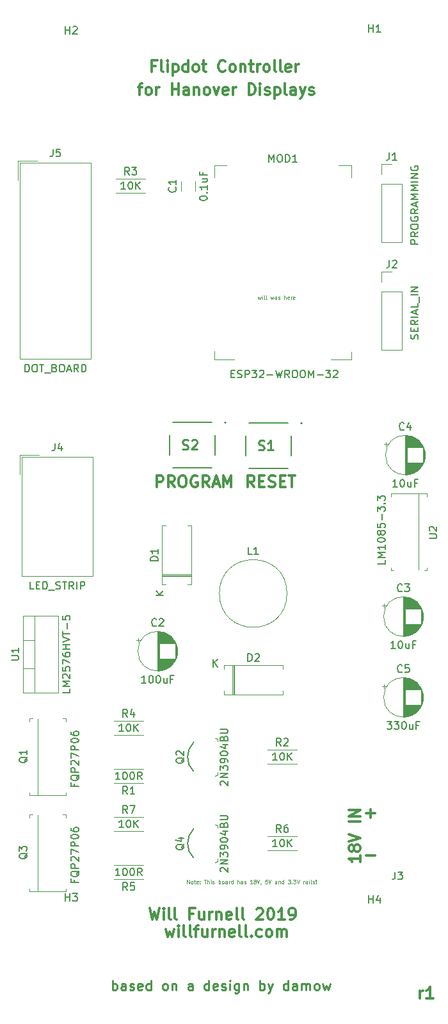
<source format=gbr>
G04 #@! TF.GenerationSoftware,KiCad,Pcbnew,(5.0.1-3-g963ef8bb5)*
G04 #@! TF.CreationDate,2019-04-20T19:45:59+01:00*
G04 #@! TF.ProjectId,flipcontrol,666C6970636F6E74726F6C2E6B696361,rev?*
G04 #@! TF.SameCoordinates,Original*
G04 #@! TF.FileFunction,Legend,Top*
G04 #@! TF.FilePolarity,Positive*
%FSLAX46Y46*%
G04 Gerber Fmt 4.6, Leading zero omitted, Abs format (unit mm)*
G04 Created by KiCad (PCBNEW (5.0.1-3-g963ef8bb5)) date Saturday, 20 April 2019 at 19:45:59*
%MOMM*%
%LPD*%
G01*
G04 APERTURE LIST*
%ADD10C,0.300000*%
%ADD11C,0.125000*%
%ADD12C,0.250000*%
%ADD13C,0.120000*%
%ADD14C,0.100000*%
%ADD15C,0.150000*%
%ADD16C,0.200000*%
%ADD17C,0.254000*%
G04 APERTURE END LIST*
D10*
X112122571Y-166302571D02*
X112408285Y-167302571D01*
X112694000Y-166588285D01*
X112979714Y-167302571D01*
X113265428Y-166302571D01*
X113836857Y-167302571D02*
X113836857Y-166302571D01*
X113836857Y-165802571D02*
X113765428Y-165874000D01*
X113836857Y-165945428D01*
X113908285Y-165874000D01*
X113836857Y-165802571D01*
X113836857Y-165945428D01*
X114765428Y-167302571D02*
X114622571Y-167231142D01*
X114551142Y-167088285D01*
X114551142Y-165802571D01*
X115551142Y-167302571D02*
X115408285Y-167231142D01*
X115336857Y-167088285D01*
X115336857Y-165802571D01*
X115908285Y-166302571D02*
X116479714Y-166302571D01*
X116122571Y-167302571D02*
X116122571Y-166016857D01*
X116194000Y-165874000D01*
X116336857Y-165802571D01*
X116479714Y-165802571D01*
X117622571Y-166302571D02*
X117622571Y-167302571D01*
X116979714Y-166302571D02*
X116979714Y-167088285D01*
X117051142Y-167231142D01*
X117194000Y-167302571D01*
X117408285Y-167302571D01*
X117551142Y-167231142D01*
X117622571Y-167159714D01*
X118336857Y-167302571D02*
X118336857Y-166302571D01*
X118336857Y-166588285D02*
X118408285Y-166445428D01*
X118479714Y-166374000D01*
X118622571Y-166302571D01*
X118765428Y-166302571D01*
X119265428Y-166302571D02*
X119265428Y-167302571D01*
X119265428Y-166445428D02*
X119336857Y-166374000D01*
X119479714Y-166302571D01*
X119694000Y-166302571D01*
X119836857Y-166374000D01*
X119908285Y-166516857D01*
X119908285Y-167302571D01*
X121194000Y-167231142D02*
X121051142Y-167302571D01*
X120765428Y-167302571D01*
X120622571Y-167231142D01*
X120551142Y-167088285D01*
X120551142Y-166516857D01*
X120622571Y-166374000D01*
X120765428Y-166302571D01*
X121051142Y-166302571D01*
X121194000Y-166374000D01*
X121265428Y-166516857D01*
X121265428Y-166659714D01*
X120551142Y-166802571D01*
X122122571Y-167302571D02*
X121979714Y-167231142D01*
X121908285Y-167088285D01*
X121908285Y-165802571D01*
X122908285Y-167302571D02*
X122765428Y-167231142D01*
X122694000Y-167088285D01*
X122694000Y-165802571D01*
X123479714Y-167159714D02*
X123551142Y-167231142D01*
X123479714Y-167302571D01*
X123408285Y-167231142D01*
X123479714Y-167159714D01*
X123479714Y-167302571D01*
X124836857Y-167231142D02*
X124694000Y-167302571D01*
X124408285Y-167302571D01*
X124265428Y-167231142D01*
X124194000Y-167159714D01*
X124122571Y-167016857D01*
X124122571Y-166588285D01*
X124194000Y-166445428D01*
X124265428Y-166374000D01*
X124408285Y-166302571D01*
X124694000Y-166302571D01*
X124836857Y-166374000D01*
X125694000Y-167302571D02*
X125551142Y-167231142D01*
X125479714Y-167159714D01*
X125408285Y-167016857D01*
X125408285Y-166588285D01*
X125479714Y-166445428D01*
X125551142Y-166374000D01*
X125694000Y-166302571D01*
X125908285Y-166302571D01*
X126051142Y-166374000D01*
X126122571Y-166445428D01*
X126194000Y-166588285D01*
X126194000Y-167016857D01*
X126122571Y-167159714D01*
X126051142Y-167231142D01*
X125908285Y-167302571D01*
X125694000Y-167302571D01*
X126836857Y-167302571D02*
X126836857Y-166302571D01*
X126836857Y-166445428D02*
X126908285Y-166374000D01*
X127051142Y-166302571D01*
X127265428Y-166302571D01*
X127408285Y-166374000D01*
X127479714Y-166516857D01*
X127479714Y-167302571D01*
X127479714Y-166516857D02*
X127551142Y-166374000D01*
X127694000Y-166302571D01*
X127908285Y-166302571D01*
X128051142Y-166374000D01*
X128122571Y-166516857D01*
X128122571Y-167302571D01*
D11*
X124345619Y-82696857D02*
X124440857Y-83030190D01*
X124536095Y-82792095D01*
X124631333Y-83030190D01*
X124726571Y-82696857D01*
X124917047Y-83030190D02*
X124917047Y-82696857D01*
X124917047Y-82530190D02*
X124893238Y-82554000D01*
X124917047Y-82577809D01*
X124940857Y-82554000D01*
X124917047Y-82530190D01*
X124917047Y-82577809D01*
X125226571Y-83030190D02*
X125178952Y-83006380D01*
X125155142Y-82958761D01*
X125155142Y-82530190D01*
X125488476Y-83030190D02*
X125440857Y-83006380D01*
X125417047Y-82958761D01*
X125417047Y-82530190D01*
X126012285Y-82696857D02*
X126107523Y-83030190D01*
X126202761Y-82792095D01*
X126298000Y-83030190D01*
X126393238Y-82696857D01*
X126798000Y-83030190D02*
X126798000Y-82768285D01*
X126774190Y-82720666D01*
X126726571Y-82696857D01*
X126631333Y-82696857D01*
X126583714Y-82720666D01*
X126798000Y-83006380D02*
X126750380Y-83030190D01*
X126631333Y-83030190D01*
X126583714Y-83006380D01*
X126559904Y-82958761D01*
X126559904Y-82911142D01*
X126583714Y-82863523D01*
X126631333Y-82839714D01*
X126750380Y-82839714D01*
X126798000Y-82815904D01*
X127012285Y-83006380D02*
X127059904Y-83030190D01*
X127155142Y-83030190D01*
X127202761Y-83006380D01*
X127226571Y-82958761D01*
X127226571Y-82934952D01*
X127202761Y-82887333D01*
X127155142Y-82863523D01*
X127083714Y-82863523D01*
X127036095Y-82839714D01*
X127012285Y-82792095D01*
X127012285Y-82768285D01*
X127036095Y-82720666D01*
X127083714Y-82696857D01*
X127155142Y-82696857D01*
X127202761Y-82720666D01*
X127821809Y-83030190D02*
X127821809Y-82530190D01*
X128036095Y-83030190D02*
X128036095Y-82768285D01*
X128012285Y-82720666D01*
X127964666Y-82696857D01*
X127893238Y-82696857D01*
X127845619Y-82720666D01*
X127821809Y-82744476D01*
X128464666Y-83006380D02*
X128417047Y-83030190D01*
X128321809Y-83030190D01*
X128274190Y-83006380D01*
X128250380Y-82958761D01*
X128250380Y-82768285D01*
X128274190Y-82720666D01*
X128321809Y-82696857D01*
X128417047Y-82696857D01*
X128464666Y-82720666D01*
X128488476Y-82768285D01*
X128488476Y-82815904D01*
X128250380Y-82863523D01*
X128702761Y-83030190D02*
X128702761Y-82696857D01*
X128702761Y-82792095D02*
X128726571Y-82744476D01*
X128750380Y-82720666D01*
X128798000Y-82696857D01*
X128845619Y-82696857D01*
X129202761Y-83006380D02*
X129155142Y-83030190D01*
X129059904Y-83030190D01*
X129012285Y-83006380D01*
X128988476Y-82958761D01*
X128988476Y-82768285D01*
X129012285Y-82720666D01*
X129059904Y-82696857D01*
X129155142Y-82696857D01*
X129202761Y-82720666D01*
X129226571Y-82768285D01*
X129226571Y-82815904D01*
X128988476Y-82863523D01*
D12*
X105101047Y-174324095D02*
X105101047Y-173024095D01*
X105101047Y-173519333D02*
X105224857Y-173457428D01*
X105472476Y-173457428D01*
X105596285Y-173519333D01*
X105658190Y-173581238D01*
X105720095Y-173705047D01*
X105720095Y-174076476D01*
X105658190Y-174200285D01*
X105596285Y-174262190D01*
X105472476Y-174324095D01*
X105224857Y-174324095D01*
X105101047Y-174262190D01*
X106834380Y-174324095D02*
X106834380Y-173643142D01*
X106772476Y-173519333D01*
X106648666Y-173457428D01*
X106401047Y-173457428D01*
X106277238Y-173519333D01*
X106834380Y-174262190D02*
X106710571Y-174324095D01*
X106401047Y-174324095D01*
X106277238Y-174262190D01*
X106215333Y-174138380D01*
X106215333Y-174014571D01*
X106277238Y-173890761D01*
X106401047Y-173828857D01*
X106710571Y-173828857D01*
X106834380Y-173766952D01*
X107391523Y-174262190D02*
X107515333Y-174324095D01*
X107762952Y-174324095D01*
X107886761Y-174262190D01*
X107948666Y-174138380D01*
X107948666Y-174076476D01*
X107886761Y-173952666D01*
X107762952Y-173890761D01*
X107577238Y-173890761D01*
X107453428Y-173828857D01*
X107391523Y-173705047D01*
X107391523Y-173643142D01*
X107453428Y-173519333D01*
X107577238Y-173457428D01*
X107762952Y-173457428D01*
X107886761Y-173519333D01*
X109001047Y-174262190D02*
X108877238Y-174324095D01*
X108629619Y-174324095D01*
X108505809Y-174262190D01*
X108443904Y-174138380D01*
X108443904Y-173643142D01*
X108505809Y-173519333D01*
X108629619Y-173457428D01*
X108877238Y-173457428D01*
X109001047Y-173519333D01*
X109062952Y-173643142D01*
X109062952Y-173766952D01*
X108443904Y-173890761D01*
X110177238Y-174324095D02*
X110177238Y-173024095D01*
X110177238Y-174262190D02*
X110053428Y-174324095D01*
X109805809Y-174324095D01*
X109682000Y-174262190D01*
X109620095Y-174200285D01*
X109558190Y-174076476D01*
X109558190Y-173705047D01*
X109620095Y-173581238D01*
X109682000Y-173519333D01*
X109805809Y-173457428D01*
X110053428Y-173457428D01*
X110177238Y-173519333D01*
X111972476Y-174324095D02*
X111848666Y-174262190D01*
X111786761Y-174200285D01*
X111724857Y-174076476D01*
X111724857Y-173705047D01*
X111786761Y-173581238D01*
X111848666Y-173519333D01*
X111972476Y-173457428D01*
X112158190Y-173457428D01*
X112282000Y-173519333D01*
X112343904Y-173581238D01*
X112405809Y-173705047D01*
X112405809Y-174076476D01*
X112343904Y-174200285D01*
X112282000Y-174262190D01*
X112158190Y-174324095D01*
X111972476Y-174324095D01*
X112962952Y-173457428D02*
X112962952Y-174324095D01*
X112962952Y-173581238D02*
X113024857Y-173519333D01*
X113148666Y-173457428D01*
X113334380Y-173457428D01*
X113458190Y-173519333D01*
X113520095Y-173643142D01*
X113520095Y-174324095D01*
X115686761Y-174324095D02*
X115686761Y-173643142D01*
X115624857Y-173519333D01*
X115501047Y-173457428D01*
X115253428Y-173457428D01*
X115129619Y-173519333D01*
X115686761Y-174262190D02*
X115562952Y-174324095D01*
X115253428Y-174324095D01*
X115129619Y-174262190D01*
X115067714Y-174138380D01*
X115067714Y-174014571D01*
X115129619Y-173890761D01*
X115253428Y-173828857D01*
X115562952Y-173828857D01*
X115686761Y-173766952D01*
X117853428Y-174324095D02*
X117853428Y-173024095D01*
X117853428Y-174262190D02*
X117729619Y-174324095D01*
X117482000Y-174324095D01*
X117358190Y-174262190D01*
X117296285Y-174200285D01*
X117234380Y-174076476D01*
X117234380Y-173705047D01*
X117296285Y-173581238D01*
X117358190Y-173519333D01*
X117482000Y-173457428D01*
X117729619Y-173457428D01*
X117853428Y-173519333D01*
X118967714Y-174262190D02*
X118843904Y-174324095D01*
X118596285Y-174324095D01*
X118472476Y-174262190D01*
X118410571Y-174138380D01*
X118410571Y-173643142D01*
X118472476Y-173519333D01*
X118596285Y-173457428D01*
X118843904Y-173457428D01*
X118967714Y-173519333D01*
X119029619Y-173643142D01*
X119029619Y-173766952D01*
X118410571Y-173890761D01*
X119524857Y-174262190D02*
X119648666Y-174324095D01*
X119896285Y-174324095D01*
X120020095Y-174262190D01*
X120082000Y-174138380D01*
X120082000Y-174076476D01*
X120020095Y-173952666D01*
X119896285Y-173890761D01*
X119710571Y-173890761D01*
X119586761Y-173828857D01*
X119524857Y-173705047D01*
X119524857Y-173643142D01*
X119586761Y-173519333D01*
X119710571Y-173457428D01*
X119896285Y-173457428D01*
X120020095Y-173519333D01*
X120639142Y-174324095D02*
X120639142Y-173457428D01*
X120639142Y-173024095D02*
X120577238Y-173086000D01*
X120639142Y-173147904D01*
X120701047Y-173086000D01*
X120639142Y-173024095D01*
X120639142Y-173147904D01*
X121815333Y-173457428D02*
X121815333Y-174509809D01*
X121753428Y-174633619D01*
X121691523Y-174695523D01*
X121567714Y-174757428D01*
X121382000Y-174757428D01*
X121258190Y-174695523D01*
X121815333Y-174262190D02*
X121691523Y-174324095D01*
X121443904Y-174324095D01*
X121320095Y-174262190D01*
X121258190Y-174200285D01*
X121196285Y-174076476D01*
X121196285Y-173705047D01*
X121258190Y-173581238D01*
X121320095Y-173519333D01*
X121443904Y-173457428D01*
X121691523Y-173457428D01*
X121815333Y-173519333D01*
X122434380Y-173457428D02*
X122434380Y-174324095D01*
X122434380Y-173581238D02*
X122496285Y-173519333D01*
X122620095Y-173457428D01*
X122805809Y-173457428D01*
X122929619Y-173519333D01*
X122991523Y-173643142D01*
X122991523Y-174324095D01*
X124601047Y-174324095D02*
X124601047Y-173024095D01*
X124601047Y-173519333D02*
X124724857Y-173457428D01*
X124972476Y-173457428D01*
X125096285Y-173519333D01*
X125158190Y-173581238D01*
X125220095Y-173705047D01*
X125220095Y-174076476D01*
X125158190Y-174200285D01*
X125096285Y-174262190D01*
X124972476Y-174324095D01*
X124724857Y-174324095D01*
X124601047Y-174262190D01*
X125653428Y-173457428D02*
X125962952Y-174324095D01*
X126272476Y-173457428D02*
X125962952Y-174324095D01*
X125839142Y-174633619D01*
X125777238Y-174695523D01*
X125653428Y-174757428D01*
X128315333Y-174324095D02*
X128315333Y-173024095D01*
X128315333Y-174262190D02*
X128191523Y-174324095D01*
X127943904Y-174324095D01*
X127820095Y-174262190D01*
X127758190Y-174200285D01*
X127696285Y-174076476D01*
X127696285Y-173705047D01*
X127758190Y-173581238D01*
X127820095Y-173519333D01*
X127943904Y-173457428D01*
X128191523Y-173457428D01*
X128315333Y-173519333D01*
X129491523Y-174324095D02*
X129491523Y-173643142D01*
X129429619Y-173519333D01*
X129305809Y-173457428D01*
X129058190Y-173457428D01*
X128934380Y-173519333D01*
X129491523Y-174262190D02*
X129367714Y-174324095D01*
X129058190Y-174324095D01*
X128934380Y-174262190D01*
X128872476Y-174138380D01*
X128872476Y-174014571D01*
X128934380Y-173890761D01*
X129058190Y-173828857D01*
X129367714Y-173828857D01*
X129491523Y-173766952D01*
X130110571Y-174324095D02*
X130110571Y-173457428D01*
X130110571Y-173581238D02*
X130172476Y-173519333D01*
X130296285Y-173457428D01*
X130482000Y-173457428D01*
X130605809Y-173519333D01*
X130667714Y-173643142D01*
X130667714Y-174324095D01*
X130667714Y-173643142D02*
X130729619Y-173519333D01*
X130853428Y-173457428D01*
X131039142Y-173457428D01*
X131162952Y-173519333D01*
X131224857Y-173643142D01*
X131224857Y-174324095D01*
X132029619Y-174324095D02*
X131905809Y-174262190D01*
X131843904Y-174200285D01*
X131782000Y-174076476D01*
X131782000Y-173705047D01*
X131843904Y-173581238D01*
X131905809Y-173519333D01*
X132029619Y-173457428D01*
X132215333Y-173457428D01*
X132339142Y-173519333D01*
X132401047Y-173581238D01*
X132462952Y-173705047D01*
X132462952Y-174076476D01*
X132401047Y-174200285D01*
X132339142Y-174262190D01*
X132215333Y-174324095D01*
X132029619Y-174324095D01*
X132896285Y-173457428D02*
X133143904Y-174324095D01*
X133391523Y-173705047D01*
X133639142Y-174324095D01*
X133886761Y-173457428D01*
D10*
X108479714Y-55050571D02*
X109051142Y-55050571D01*
X108693999Y-56050571D02*
X108693999Y-54764857D01*
X108765428Y-54622000D01*
X108908285Y-54550571D01*
X109051142Y-54550571D01*
X109765428Y-56050571D02*
X109622571Y-55979142D01*
X109551142Y-55907714D01*
X109479714Y-55764857D01*
X109479714Y-55336285D01*
X109551142Y-55193428D01*
X109622571Y-55122000D01*
X109765428Y-55050571D01*
X109979714Y-55050571D01*
X110122571Y-55122000D01*
X110193999Y-55193428D01*
X110265428Y-55336285D01*
X110265428Y-55764857D01*
X110193999Y-55907714D01*
X110122571Y-55979142D01*
X109979714Y-56050571D01*
X109765428Y-56050571D01*
X110908285Y-56050571D02*
X110908285Y-55050571D01*
X110908285Y-55336285D02*
X110979714Y-55193428D01*
X111051142Y-55122000D01*
X111193999Y-55050571D01*
X111336857Y-55050571D01*
X112979714Y-56050571D02*
X112979714Y-54550571D01*
X112979714Y-55264857D02*
X113836857Y-55264857D01*
X113836857Y-56050571D02*
X113836857Y-54550571D01*
X115193999Y-56050571D02*
X115193999Y-55264857D01*
X115122571Y-55122000D01*
X114979714Y-55050571D01*
X114693999Y-55050571D01*
X114551142Y-55122000D01*
X115193999Y-55979142D02*
X115051142Y-56050571D01*
X114693999Y-56050571D01*
X114551142Y-55979142D01*
X114479714Y-55836285D01*
X114479714Y-55693428D01*
X114551142Y-55550571D01*
X114693999Y-55479142D01*
X115051142Y-55479142D01*
X115193999Y-55407714D01*
X115908285Y-55050571D02*
X115908285Y-56050571D01*
X115908285Y-55193428D02*
X115979714Y-55122000D01*
X116122571Y-55050571D01*
X116336857Y-55050571D01*
X116479714Y-55122000D01*
X116551142Y-55264857D01*
X116551142Y-56050571D01*
X117479714Y-56050571D02*
X117336857Y-55979142D01*
X117265428Y-55907714D01*
X117193999Y-55764857D01*
X117193999Y-55336285D01*
X117265428Y-55193428D01*
X117336857Y-55122000D01*
X117479714Y-55050571D01*
X117693999Y-55050571D01*
X117836857Y-55122000D01*
X117908285Y-55193428D01*
X117979714Y-55336285D01*
X117979714Y-55764857D01*
X117908285Y-55907714D01*
X117836857Y-55979142D01*
X117693999Y-56050571D01*
X117479714Y-56050571D01*
X118479714Y-55050571D02*
X118836857Y-56050571D01*
X119193999Y-55050571D01*
X120336857Y-55979142D02*
X120193999Y-56050571D01*
X119908285Y-56050571D01*
X119765428Y-55979142D01*
X119693999Y-55836285D01*
X119693999Y-55264857D01*
X119765428Y-55122000D01*
X119908285Y-55050571D01*
X120193999Y-55050571D01*
X120336857Y-55122000D01*
X120408285Y-55264857D01*
X120408285Y-55407714D01*
X119693999Y-55550571D01*
X121051142Y-56050571D02*
X121051142Y-55050571D01*
X121051142Y-55336285D02*
X121122571Y-55193428D01*
X121193999Y-55122000D01*
X121336857Y-55050571D01*
X121479714Y-55050571D01*
X123122571Y-56050571D02*
X123122571Y-54550571D01*
X123479714Y-54550571D01*
X123694000Y-54622000D01*
X123836857Y-54764857D01*
X123908285Y-54907714D01*
X123979714Y-55193428D01*
X123979714Y-55407714D01*
X123908285Y-55693428D01*
X123836857Y-55836285D01*
X123694000Y-55979142D01*
X123479714Y-56050571D01*
X123122571Y-56050571D01*
X124622571Y-56050571D02*
X124622571Y-55050571D01*
X124622571Y-54550571D02*
X124551142Y-54622000D01*
X124622571Y-54693428D01*
X124694000Y-54622000D01*
X124622571Y-54550571D01*
X124622571Y-54693428D01*
X125265428Y-55979142D02*
X125408285Y-56050571D01*
X125694000Y-56050571D01*
X125836857Y-55979142D01*
X125908285Y-55836285D01*
X125908285Y-55764857D01*
X125836857Y-55622000D01*
X125694000Y-55550571D01*
X125479714Y-55550571D01*
X125336857Y-55479142D01*
X125265428Y-55336285D01*
X125265428Y-55264857D01*
X125336857Y-55122000D01*
X125479714Y-55050571D01*
X125694000Y-55050571D01*
X125836857Y-55122000D01*
X126551142Y-55050571D02*
X126551142Y-56550571D01*
X126551142Y-55122000D02*
X126694000Y-55050571D01*
X126979714Y-55050571D01*
X127122571Y-55122000D01*
X127194000Y-55193428D01*
X127265428Y-55336285D01*
X127265428Y-55764857D01*
X127194000Y-55907714D01*
X127122571Y-55979142D01*
X126979714Y-56050571D01*
X126694000Y-56050571D01*
X126551142Y-55979142D01*
X128122571Y-56050571D02*
X127979714Y-55979142D01*
X127908285Y-55836285D01*
X127908285Y-54550571D01*
X129336857Y-56050571D02*
X129336857Y-55264857D01*
X129265428Y-55122000D01*
X129122571Y-55050571D01*
X128836857Y-55050571D01*
X128694000Y-55122000D01*
X129336857Y-55979142D02*
X129194000Y-56050571D01*
X128836857Y-56050571D01*
X128694000Y-55979142D01*
X128622571Y-55836285D01*
X128622571Y-55693428D01*
X128694000Y-55550571D01*
X128836857Y-55479142D01*
X129194000Y-55479142D01*
X129336857Y-55407714D01*
X129908285Y-55050571D02*
X130265428Y-56050571D01*
X130622571Y-55050571D02*
X130265428Y-56050571D01*
X130122571Y-56407714D01*
X130051142Y-56479142D01*
X129908285Y-56550571D01*
X131122571Y-55979142D02*
X131265428Y-56050571D01*
X131551142Y-56050571D01*
X131694000Y-55979142D01*
X131765428Y-55836285D01*
X131765428Y-55764857D01*
X131694000Y-55622000D01*
X131551142Y-55550571D01*
X131336857Y-55550571D01*
X131194000Y-55479142D01*
X131122571Y-55336285D01*
X131122571Y-55264857D01*
X131194000Y-55122000D01*
X131336857Y-55050571D01*
X131551142Y-55050571D01*
X131694000Y-55122000D01*
X145788571Y-175430571D02*
X145788571Y-174430571D01*
X145788571Y-174716285D02*
X145860000Y-174573428D01*
X145931428Y-174502000D01*
X146074285Y-174430571D01*
X146217142Y-174430571D01*
X147502857Y-175430571D02*
X146645714Y-175430571D01*
X147074285Y-175430571D02*
X147074285Y-173930571D01*
X146931428Y-174144857D01*
X146788571Y-174287714D01*
X146645714Y-174359142D01*
X110007428Y-163516571D02*
X110364571Y-165016571D01*
X110650285Y-163945142D01*
X110936000Y-165016571D01*
X111293142Y-163516571D01*
X111864571Y-165016571D02*
X111864571Y-164016571D01*
X111864571Y-163516571D02*
X111793142Y-163588000D01*
X111864571Y-163659428D01*
X111936000Y-163588000D01*
X111864571Y-163516571D01*
X111864571Y-163659428D01*
X112793142Y-165016571D02*
X112650285Y-164945142D01*
X112578857Y-164802285D01*
X112578857Y-163516571D01*
X113578857Y-165016571D02*
X113436000Y-164945142D01*
X113364571Y-164802285D01*
X113364571Y-163516571D01*
X115793142Y-164230857D02*
X115293142Y-164230857D01*
X115293142Y-165016571D02*
X115293142Y-163516571D01*
X116007428Y-163516571D01*
X117221714Y-164016571D02*
X117221714Y-165016571D01*
X116578857Y-164016571D02*
X116578857Y-164802285D01*
X116650285Y-164945142D01*
X116793142Y-165016571D01*
X117007428Y-165016571D01*
X117150285Y-164945142D01*
X117221714Y-164873714D01*
X117936000Y-165016571D02*
X117936000Y-164016571D01*
X117936000Y-164302285D02*
X118007428Y-164159428D01*
X118078857Y-164088000D01*
X118221714Y-164016571D01*
X118364571Y-164016571D01*
X118864571Y-164016571D02*
X118864571Y-165016571D01*
X118864571Y-164159428D02*
X118936000Y-164088000D01*
X119078857Y-164016571D01*
X119293142Y-164016571D01*
X119436000Y-164088000D01*
X119507428Y-164230857D01*
X119507428Y-165016571D01*
X120793142Y-164945142D02*
X120650285Y-165016571D01*
X120364571Y-165016571D01*
X120221714Y-164945142D01*
X120150285Y-164802285D01*
X120150285Y-164230857D01*
X120221714Y-164088000D01*
X120364571Y-164016571D01*
X120650285Y-164016571D01*
X120793142Y-164088000D01*
X120864571Y-164230857D01*
X120864571Y-164373714D01*
X120150285Y-164516571D01*
X121721714Y-165016571D02*
X121578857Y-164945142D01*
X121507428Y-164802285D01*
X121507428Y-163516571D01*
X122507428Y-165016571D02*
X122364571Y-164945142D01*
X122293142Y-164802285D01*
X122293142Y-163516571D01*
X124150285Y-163659428D02*
X124221714Y-163588000D01*
X124364571Y-163516571D01*
X124721714Y-163516571D01*
X124864571Y-163588000D01*
X124936000Y-163659428D01*
X125007428Y-163802285D01*
X125007428Y-163945142D01*
X124936000Y-164159428D01*
X124078857Y-165016571D01*
X125007428Y-165016571D01*
X125936000Y-163516571D02*
X126078857Y-163516571D01*
X126221714Y-163588000D01*
X126293142Y-163659428D01*
X126364571Y-163802285D01*
X126436000Y-164088000D01*
X126436000Y-164445142D01*
X126364571Y-164730857D01*
X126293142Y-164873714D01*
X126221714Y-164945142D01*
X126078857Y-165016571D01*
X125936000Y-165016571D01*
X125793142Y-164945142D01*
X125721714Y-164873714D01*
X125650285Y-164730857D01*
X125578857Y-164445142D01*
X125578857Y-164088000D01*
X125650285Y-163802285D01*
X125721714Y-163659428D01*
X125793142Y-163588000D01*
X125936000Y-163516571D01*
X127864571Y-165016571D02*
X127007428Y-165016571D01*
X127436000Y-165016571D02*
X127436000Y-163516571D01*
X127293142Y-163730857D01*
X127150285Y-163873714D01*
X127007428Y-163945142D01*
X128578857Y-165016571D02*
X128864571Y-165016571D01*
X129007428Y-164945142D01*
X129078857Y-164873714D01*
X129221714Y-164659428D01*
X129293142Y-164373714D01*
X129293142Y-163802285D01*
X129221714Y-163659428D01*
X129150285Y-163588000D01*
X129007428Y-163516571D01*
X128721714Y-163516571D01*
X128578857Y-163588000D01*
X128507428Y-163659428D01*
X128436000Y-163802285D01*
X128436000Y-164159428D01*
X128507428Y-164302285D01*
X128578857Y-164373714D01*
X128721714Y-164445142D01*
X129007428Y-164445142D01*
X129150285Y-164373714D01*
X129221714Y-164302285D01*
X129293142Y-164159428D01*
X110797142Y-52216857D02*
X110297142Y-52216857D01*
X110297142Y-53002571D02*
X110297142Y-51502571D01*
X111011428Y-51502571D01*
X111797142Y-53002571D02*
X111654285Y-52931142D01*
X111582857Y-52788285D01*
X111582857Y-51502571D01*
X112368571Y-53002571D02*
X112368571Y-52002571D01*
X112368571Y-51502571D02*
X112297142Y-51574000D01*
X112368571Y-51645428D01*
X112440000Y-51574000D01*
X112368571Y-51502571D01*
X112368571Y-51645428D01*
X113082857Y-52002571D02*
X113082857Y-53502571D01*
X113082857Y-52074000D02*
X113225714Y-52002571D01*
X113511428Y-52002571D01*
X113654285Y-52074000D01*
X113725714Y-52145428D01*
X113797142Y-52288285D01*
X113797142Y-52716857D01*
X113725714Y-52859714D01*
X113654285Y-52931142D01*
X113511428Y-53002571D01*
X113225714Y-53002571D01*
X113082857Y-52931142D01*
X115082857Y-53002571D02*
X115082857Y-51502571D01*
X115082857Y-52931142D02*
X114940000Y-53002571D01*
X114654285Y-53002571D01*
X114511428Y-52931142D01*
X114440000Y-52859714D01*
X114368571Y-52716857D01*
X114368571Y-52288285D01*
X114440000Y-52145428D01*
X114511428Y-52074000D01*
X114654285Y-52002571D01*
X114940000Y-52002571D01*
X115082857Y-52074000D01*
X116011428Y-53002571D02*
X115868571Y-52931142D01*
X115797142Y-52859714D01*
X115725714Y-52716857D01*
X115725714Y-52288285D01*
X115797142Y-52145428D01*
X115868571Y-52074000D01*
X116011428Y-52002571D01*
X116225714Y-52002571D01*
X116368571Y-52074000D01*
X116440000Y-52145428D01*
X116511428Y-52288285D01*
X116511428Y-52716857D01*
X116440000Y-52859714D01*
X116368571Y-52931142D01*
X116225714Y-53002571D01*
X116011428Y-53002571D01*
X116940000Y-52002571D02*
X117511428Y-52002571D01*
X117154285Y-51502571D02*
X117154285Y-52788285D01*
X117225714Y-52931142D01*
X117368571Y-53002571D01*
X117511428Y-53002571D01*
X120011428Y-52859714D02*
X119940000Y-52931142D01*
X119725714Y-53002571D01*
X119582857Y-53002571D01*
X119368571Y-52931142D01*
X119225714Y-52788285D01*
X119154285Y-52645428D01*
X119082857Y-52359714D01*
X119082857Y-52145428D01*
X119154285Y-51859714D01*
X119225714Y-51716857D01*
X119368571Y-51574000D01*
X119582857Y-51502571D01*
X119725714Y-51502571D01*
X119940000Y-51574000D01*
X120011428Y-51645428D01*
X120868571Y-53002571D02*
X120725714Y-52931142D01*
X120654285Y-52859714D01*
X120582857Y-52716857D01*
X120582857Y-52288285D01*
X120654285Y-52145428D01*
X120725714Y-52074000D01*
X120868571Y-52002571D01*
X121082857Y-52002571D01*
X121225714Y-52074000D01*
X121297142Y-52145428D01*
X121368571Y-52288285D01*
X121368571Y-52716857D01*
X121297142Y-52859714D01*
X121225714Y-52931142D01*
X121082857Y-53002571D01*
X120868571Y-53002571D01*
X122011428Y-52002571D02*
X122011428Y-53002571D01*
X122011428Y-52145428D02*
X122082857Y-52074000D01*
X122225714Y-52002571D01*
X122440000Y-52002571D01*
X122582857Y-52074000D01*
X122654285Y-52216857D01*
X122654285Y-53002571D01*
X123154285Y-52002571D02*
X123725714Y-52002571D01*
X123368571Y-51502571D02*
X123368571Y-52788285D01*
X123440000Y-52931142D01*
X123582857Y-53002571D01*
X123725714Y-53002571D01*
X124225714Y-53002571D02*
X124225714Y-52002571D01*
X124225714Y-52288285D02*
X124297142Y-52145428D01*
X124368571Y-52074000D01*
X124511428Y-52002571D01*
X124654285Y-52002571D01*
X125368571Y-53002571D02*
X125225714Y-52931142D01*
X125154285Y-52859714D01*
X125082857Y-52716857D01*
X125082857Y-52288285D01*
X125154285Y-52145428D01*
X125225714Y-52074000D01*
X125368571Y-52002571D01*
X125582857Y-52002571D01*
X125725714Y-52074000D01*
X125797142Y-52145428D01*
X125868571Y-52288285D01*
X125868571Y-52716857D01*
X125797142Y-52859714D01*
X125725714Y-52931142D01*
X125582857Y-53002571D01*
X125368571Y-53002571D01*
X126725714Y-53002571D02*
X126582857Y-52931142D01*
X126511428Y-52788285D01*
X126511428Y-51502571D01*
X127511428Y-53002571D02*
X127368571Y-52931142D01*
X127297142Y-52788285D01*
X127297142Y-51502571D01*
X128654285Y-52931142D02*
X128511428Y-53002571D01*
X128225714Y-53002571D01*
X128082857Y-52931142D01*
X128011428Y-52788285D01*
X128011428Y-52216857D01*
X128082857Y-52074000D01*
X128225714Y-52002571D01*
X128511428Y-52002571D01*
X128654285Y-52074000D01*
X128725714Y-52216857D01*
X128725714Y-52359714D01*
X128011428Y-52502571D01*
X129368571Y-53002571D02*
X129368571Y-52002571D01*
X129368571Y-52288285D02*
X129440000Y-52145428D01*
X129511428Y-52074000D01*
X129654285Y-52002571D01*
X129797142Y-52002571D01*
X123857428Y-107866571D02*
X123357428Y-107152285D01*
X123000285Y-107866571D02*
X123000285Y-106366571D01*
X123571714Y-106366571D01*
X123714571Y-106438000D01*
X123786000Y-106509428D01*
X123857428Y-106652285D01*
X123857428Y-106866571D01*
X123786000Y-107009428D01*
X123714571Y-107080857D01*
X123571714Y-107152285D01*
X123000285Y-107152285D01*
X124500285Y-107080857D02*
X125000285Y-107080857D01*
X125214571Y-107866571D02*
X124500285Y-107866571D01*
X124500285Y-106366571D01*
X125214571Y-106366571D01*
X125786000Y-107795142D02*
X126000285Y-107866571D01*
X126357428Y-107866571D01*
X126500285Y-107795142D01*
X126571714Y-107723714D01*
X126643142Y-107580857D01*
X126643142Y-107438000D01*
X126571714Y-107295142D01*
X126500285Y-107223714D01*
X126357428Y-107152285D01*
X126071714Y-107080857D01*
X125928857Y-107009428D01*
X125857428Y-106938000D01*
X125786000Y-106795142D01*
X125786000Y-106652285D01*
X125857428Y-106509428D01*
X125928857Y-106438000D01*
X126071714Y-106366571D01*
X126428857Y-106366571D01*
X126643142Y-106438000D01*
X127286000Y-107080857D02*
X127786000Y-107080857D01*
X128000285Y-107866571D02*
X127286000Y-107866571D01*
X127286000Y-106366571D01*
X128000285Y-106366571D01*
X128428857Y-106366571D02*
X129286000Y-106366571D01*
X128857428Y-107866571D02*
X128857428Y-106366571D01*
X110947428Y-107866571D02*
X110947428Y-106366571D01*
X111518857Y-106366571D01*
X111661714Y-106438000D01*
X111733142Y-106509428D01*
X111804571Y-106652285D01*
X111804571Y-106866571D01*
X111733142Y-107009428D01*
X111661714Y-107080857D01*
X111518857Y-107152285D01*
X110947428Y-107152285D01*
X113304571Y-107866571D02*
X112804571Y-107152285D01*
X112447428Y-107866571D02*
X112447428Y-106366571D01*
X113018857Y-106366571D01*
X113161714Y-106438000D01*
X113233142Y-106509428D01*
X113304571Y-106652285D01*
X113304571Y-106866571D01*
X113233142Y-107009428D01*
X113161714Y-107080857D01*
X113018857Y-107152285D01*
X112447428Y-107152285D01*
X114233142Y-106366571D02*
X114518857Y-106366571D01*
X114661714Y-106438000D01*
X114804571Y-106580857D01*
X114876000Y-106866571D01*
X114876000Y-107366571D01*
X114804571Y-107652285D01*
X114661714Y-107795142D01*
X114518857Y-107866571D01*
X114233142Y-107866571D01*
X114090285Y-107795142D01*
X113947428Y-107652285D01*
X113876000Y-107366571D01*
X113876000Y-106866571D01*
X113947428Y-106580857D01*
X114090285Y-106438000D01*
X114233142Y-106366571D01*
X116304571Y-106438000D02*
X116161714Y-106366571D01*
X115947428Y-106366571D01*
X115733142Y-106438000D01*
X115590285Y-106580857D01*
X115518857Y-106723714D01*
X115447428Y-107009428D01*
X115447428Y-107223714D01*
X115518857Y-107509428D01*
X115590285Y-107652285D01*
X115733142Y-107795142D01*
X115947428Y-107866571D01*
X116090285Y-107866571D01*
X116304571Y-107795142D01*
X116376000Y-107723714D01*
X116376000Y-107223714D01*
X116090285Y-107223714D01*
X117876000Y-107866571D02*
X117376000Y-107152285D01*
X117018857Y-107866571D02*
X117018857Y-106366571D01*
X117590285Y-106366571D01*
X117733142Y-106438000D01*
X117804571Y-106509428D01*
X117876000Y-106652285D01*
X117876000Y-106866571D01*
X117804571Y-107009428D01*
X117733142Y-107080857D01*
X117590285Y-107152285D01*
X117018857Y-107152285D01*
X118447428Y-107438000D02*
X119161714Y-107438000D01*
X118304571Y-107866571D02*
X118804571Y-106366571D01*
X119304571Y-107866571D01*
X119804571Y-107866571D02*
X119804571Y-106366571D01*
X120304571Y-107438000D01*
X120804571Y-106366571D01*
X120804571Y-107866571D01*
D11*
X114972190Y-160246190D02*
X114972190Y-159746190D01*
X115257904Y-160246190D01*
X115257904Y-159746190D01*
X115567428Y-160246190D02*
X115519809Y-160222380D01*
X115496000Y-160198571D01*
X115472190Y-160150952D01*
X115472190Y-160008095D01*
X115496000Y-159960476D01*
X115519809Y-159936666D01*
X115567428Y-159912857D01*
X115638857Y-159912857D01*
X115686476Y-159936666D01*
X115710285Y-159960476D01*
X115734095Y-160008095D01*
X115734095Y-160150952D01*
X115710285Y-160198571D01*
X115686476Y-160222380D01*
X115638857Y-160246190D01*
X115567428Y-160246190D01*
X115876952Y-159912857D02*
X116067428Y-159912857D01*
X115948380Y-159746190D02*
X115948380Y-160174761D01*
X115972190Y-160222380D01*
X116019809Y-160246190D01*
X116067428Y-160246190D01*
X116424571Y-160222380D02*
X116376952Y-160246190D01*
X116281714Y-160246190D01*
X116234095Y-160222380D01*
X116210285Y-160174761D01*
X116210285Y-159984285D01*
X116234095Y-159936666D01*
X116281714Y-159912857D01*
X116376952Y-159912857D01*
X116424571Y-159936666D01*
X116448380Y-159984285D01*
X116448380Y-160031904D01*
X116210285Y-160079523D01*
X116662666Y-160198571D02*
X116686476Y-160222380D01*
X116662666Y-160246190D01*
X116638857Y-160222380D01*
X116662666Y-160198571D01*
X116662666Y-160246190D01*
X116662666Y-159936666D02*
X116686476Y-159960476D01*
X116662666Y-159984285D01*
X116638857Y-159960476D01*
X116662666Y-159936666D01*
X116662666Y-159984285D01*
X117210285Y-159746190D02*
X117496000Y-159746190D01*
X117353142Y-160246190D02*
X117353142Y-159746190D01*
X117662666Y-160246190D02*
X117662666Y-159746190D01*
X117876952Y-160246190D02*
X117876952Y-159984285D01*
X117853142Y-159936666D01*
X117805523Y-159912857D01*
X117734095Y-159912857D01*
X117686476Y-159936666D01*
X117662666Y-159960476D01*
X118115047Y-160246190D02*
X118115047Y-159912857D01*
X118115047Y-159746190D02*
X118091238Y-159770000D01*
X118115047Y-159793809D01*
X118138857Y-159770000D01*
X118115047Y-159746190D01*
X118115047Y-159793809D01*
X118329333Y-160222380D02*
X118376952Y-160246190D01*
X118472190Y-160246190D01*
X118519809Y-160222380D01*
X118543619Y-160174761D01*
X118543619Y-160150952D01*
X118519809Y-160103333D01*
X118472190Y-160079523D01*
X118400761Y-160079523D01*
X118353142Y-160055714D01*
X118329333Y-160008095D01*
X118329333Y-159984285D01*
X118353142Y-159936666D01*
X118400761Y-159912857D01*
X118472190Y-159912857D01*
X118519809Y-159936666D01*
X119138857Y-160246190D02*
X119138857Y-159746190D01*
X119138857Y-159936666D02*
X119186476Y-159912857D01*
X119281714Y-159912857D01*
X119329333Y-159936666D01*
X119353142Y-159960476D01*
X119376952Y-160008095D01*
X119376952Y-160150952D01*
X119353142Y-160198571D01*
X119329333Y-160222380D01*
X119281714Y-160246190D01*
X119186476Y-160246190D01*
X119138857Y-160222380D01*
X119662666Y-160246190D02*
X119615047Y-160222380D01*
X119591238Y-160198571D01*
X119567428Y-160150952D01*
X119567428Y-160008095D01*
X119591238Y-159960476D01*
X119615047Y-159936666D01*
X119662666Y-159912857D01*
X119734095Y-159912857D01*
X119781714Y-159936666D01*
X119805523Y-159960476D01*
X119829333Y-160008095D01*
X119829333Y-160150952D01*
X119805523Y-160198571D01*
X119781714Y-160222380D01*
X119734095Y-160246190D01*
X119662666Y-160246190D01*
X120257904Y-160246190D02*
X120257904Y-159984285D01*
X120234095Y-159936666D01*
X120186476Y-159912857D01*
X120091238Y-159912857D01*
X120043619Y-159936666D01*
X120257904Y-160222380D02*
X120210285Y-160246190D01*
X120091238Y-160246190D01*
X120043619Y-160222380D01*
X120019809Y-160174761D01*
X120019809Y-160127142D01*
X120043619Y-160079523D01*
X120091238Y-160055714D01*
X120210285Y-160055714D01*
X120257904Y-160031904D01*
X120496000Y-160246190D02*
X120496000Y-159912857D01*
X120496000Y-160008095D02*
X120519809Y-159960476D01*
X120543619Y-159936666D01*
X120591238Y-159912857D01*
X120638857Y-159912857D01*
X121019809Y-160246190D02*
X121019809Y-159746190D01*
X121019809Y-160222380D02*
X120972190Y-160246190D01*
X120876952Y-160246190D01*
X120829333Y-160222380D01*
X120805523Y-160198571D01*
X120781714Y-160150952D01*
X120781714Y-160008095D01*
X120805523Y-159960476D01*
X120829333Y-159936666D01*
X120876952Y-159912857D01*
X120972190Y-159912857D01*
X121019809Y-159936666D01*
X121638857Y-160246190D02*
X121638857Y-159746190D01*
X121853142Y-160246190D02*
X121853142Y-159984285D01*
X121829333Y-159936666D01*
X121781714Y-159912857D01*
X121710285Y-159912857D01*
X121662666Y-159936666D01*
X121638857Y-159960476D01*
X122305523Y-160246190D02*
X122305523Y-159984285D01*
X122281714Y-159936666D01*
X122234095Y-159912857D01*
X122138857Y-159912857D01*
X122091238Y-159936666D01*
X122305523Y-160222380D02*
X122257904Y-160246190D01*
X122138857Y-160246190D01*
X122091238Y-160222380D01*
X122067428Y-160174761D01*
X122067428Y-160127142D01*
X122091238Y-160079523D01*
X122138857Y-160055714D01*
X122257904Y-160055714D01*
X122305523Y-160031904D01*
X122519809Y-160222380D02*
X122567428Y-160246190D01*
X122662666Y-160246190D01*
X122710285Y-160222380D01*
X122734095Y-160174761D01*
X122734095Y-160150952D01*
X122710285Y-160103333D01*
X122662666Y-160079523D01*
X122591238Y-160079523D01*
X122543619Y-160055714D01*
X122519809Y-160008095D01*
X122519809Y-159984285D01*
X122543619Y-159936666D01*
X122591238Y-159912857D01*
X122662666Y-159912857D01*
X122710285Y-159936666D01*
X123591238Y-160246190D02*
X123305523Y-160246190D01*
X123448380Y-160246190D02*
X123448380Y-159746190D01*
X123400761Y-159817619D01*
X123353142Y-159865238D01*
X123305523Y-159889047D01*
X123876952Y-159960476D02*
X123829333Y-159936666D01*
X123805523Y-159912857D01*
X123781714Y-159865238D01*
X123781714Y-159841428D01*
X123805523Y-159793809D01*
X123829333Y-159770000D01*
X123876952Y-159746190D01*
X123972190Y-159746190D01*
X124019809Y-159770000D01*
X124043619Y-159793809D01*
X124067428Y-159841428D01*
X124067428Y-159865238D01*
X124043619Y-159912857D01*
X124019809Y-159936666D01*
X123972190Y-159960476D01*
X123876952Y-159960476D01*
X123829333Y-159984285D01*
X123805523Y-160008095D01*
X123781714Y-160055714D01*
X123781714Y-160150952D01*
X123805523Y-160198571D01*
X123829333Y-160222380D01*
X123876952Y-160246190D01*
X123972190Y-160246190D01*
X124019809Y-160222380D01*
X124043619Y-160198571D01*
X124067428Y-160150952D01*
X124067428Y-160055714D01*
X124043619Y-160008095D01*
X124019809Y-159984285D01*
X123972190Y-159960476D01*
X124210285Y-159746190D02*
X124376952Y-160246190D01*
X124543619Y-159746190D01*
X124734095Y-160222380D02*
X124734095Y-160246190D01*
X124710285Y-160293809D01*
X124686476Y-160317619D01*
X125567428Y-159746190D02*
X125329333Y-159746190D01*
X125305523Y-159984285D01*
X125329333Y-159960476D01*
X125376952Y-159936666D01*
X125496000Y-159936666D01*
X125543619Y-159960476D01*
X125567428Y-159984285D01*
X125591238Y-160031904D01*
X125591238Y-160150952D01*
X125567428Y-160198571D01*
X125543619Y-160222380D01*
X125496000Y-160246190D01*
X125376952Y-160246190D01*
X125329333Y-160222380D01*
X125305523Y-160198571D01*
X125734095Y-159746190D02*
X125900761Y-160246190D01*
X126067428Y-159746190D01*
X126829333Y-160246190D02*
X126829333Y-159984285D01*
X126805523Y-159936666D01*
X126757904Y-159912857D01*
X126662666Y-159912857D01*
X126615047Y-159936666D01*
X126829333Y-160222380D02*
X126781714Y-160246190D01*
X126662666Y-160246190D01*
X126615047Y-160222380D01*
X126591238Y-160174761D01*
X126591238Y-160127142D01*
X126615047Y-160079523D01*
X126662666Y-160055714D01*
X126781714Y-160055714D01*
X126829333Y-160031904D01*
X127067428Y-159912857D02*
X127067428Y-160246190D01*
X127067428Y-159960476D02*
X127091238Y-159936666D01*
X127138857Y-159912857D01*
X127210285Y-159912857D01*
X127257904Y-159936666D01*
X127281714Y-159984285D01*
X127281714Y-160246190D01*
X127734095Y-160246190D02*
X127734095Y-159746190D01*
X127734095Y-160222380D02*
X127686476Y-160246190D01*
X127591238Y-160246190D01*
X127543619Y-160222380D01*
X127519809Y-160198571D01*
X127495999Y-160150952D01*
X127495999Y-160008095D01*
X127519809Y-159960476D01*
X127543619Y-159936666D01*
X127591238Y-159912857D01*
X127686476Y-159912857D01*
X127734095Y-159936666D01*
X128305523Y-159746190D02*
X128615047Y-159746190D01*
X128448380Y-159936666D01*
X128519809Y-159936666D01*
X128567428Y-159960476D01*
X128591238Y-159984285D01*
X128615047Y-160031904D01*
X128615047Y-160150952D01*
X128591238Y-160198571D01*
X128567428Y-160222380D01*
X128519809Y-160246190D01*
X128376952Y-160246190D01*
X128329333Y-160222380D01*
X128305523Y-160198571D01*
X128829333Y-160198571D02*
X128853142Y-160222380D01*
X128829333Y-160246190D01*
X128805523Y-160222380D01*
X128829333Y-160198571D01*
X128829333Y-160246190D01*
X129019809Y-159746190D02*
X129329333Y-159746190D01*
X129162666Y-159936666D01*
X129234095Y-159936666D01*
X129281714Y-159960476D01*
X129305523Y-159984285D01*
X129329333Y-160031904D01*
X129329333Y-160150952D01*
X129305523Y-160198571D01*
X129281714Y-160222380D01*
X129234095Y-160246190D01*
X129091238Y-160246190D01*
X129043619Y-160222380D01*
X129019809Y-160198571D01*
X129472190Y-159746190D02*
X129638857Y-160246190D01*
X129805523Y-159746190D01*
X130353142Y-160246190D02*
X130353142Y-159912857D01*
X130353142Y-160008095D02*
X130376952Y-159960476D01*
X130400761Y-159936666D01*
X130448380Y-159912857D01*
X130495999Y-159912857D01*
X130876952Y-160246190D02*
X130876952Y-159984285D01*
X130853142Y-159936666D01*
X130805523Y-159912857D01*
X130710285Y-159912857D01*
X130662666Y-159936666D01*
X130876952Y-160222380D02*
X130829333Y-160246190D01*
X130710285Y-160246190D01*
X130662666Y-160222380D01*
X130638857Y-160174761D01*
X130638857Y-160127142D01*
X130662666Y-160079523D01*
X130710285Y-160055714D01*
X130829333Y-160055714D01*
X130876952Y-160031904D01*
X131115047Y-160246190D02*
X131115047Y-159912857D01*
X131115047Y-159746190D02*
X131091238Y-159770000D01*
X131115047Y-159793809D01*
X131138857Y-159770000D01*
X131115047Y-159746190D01*
X131115047Y-159793809D01*
X131424571Y-160246190D02*
X131376952Y-160222380D01*
X131353142Y-160174761D01*
X131353142Y-159746190D01*
X131591238Y-160222380D02*
X131638857Y-160246190D01*
X131734095Y-160246190D01*
X131781714Y-160222380D01*
X131805523Y-160174761D01*
X131805523Y-160150952D01*
X131781714Y-160103333D01*
X131734095Y-160079523D01*
X131662666Y-160079523D01*
X131615047Y-160055714D01*
X131591238Y-160008095D01*
X131591238Y-159984285D01*
X131615047Y-159936666D01*
X131662666Y-159912857D01*
X131734095Y-159912857D01*
X131781714Y-159936666D01*
X132019809Y-160198571D02*
X132043619Y-160222380D01*
X132019809Y-160246190D01*
X131995999Y-160222380D01*
X132019809Y-160198571D01*
X132019809Y-160246190D01*
X132019809Y-160055714D02*
X131995999Y-159770000D01*
X132019809Y-159746190D01*
X132043619Y-159770000D01*
X132019809Y-160055714D01*
X132019809Y-159746190D01*
D10*
X137890571Y-156566857D02*
X137890571Y-157424000D01*
X137890571Y-156995428D02*
X136390571Y-156995428D01*
X136604857Y-157138285D01*
X136747714Y-157281142D01*
X136819142Y-157424000D01*
X137033428Y-155709714D02*
X136962000Y-155852571D01*
X136890571Y-155924000D01*
X136747714Y-155995428D01*
X136676285Y-155995428D01*
X136533428Y-155924000D01*
X136462000Y-155852571D01*
X136390571Y-155709714D01*
X136390571Y-155424000D01*
X136462000Y-155281142D01*
X136533428Y-155209714D01*
X136676285Y-155138285D01*
X136747714Y-155138285D01*
X136890571Y-155209714D01*
X136962000Y-155281142D01*
X137033428Y-155424000D01*
X137033428Y-155709714D01*
X137104857Y-155852571D01*
X137176285Y-155924000D01*
X137319142Y-155995428D01*
X137604857Y-155995428D01*
X137747714Y-155924000D01*
X137819142Y-155852571D01*
X137890571Y-155709714D01*
X137890571Y-155424000D01*
X137819142Y-155281142D01*
X137747714Y-155209714D01*
X137604857Y-155138285D01*
X137319142Y-155138285D01*
X137176285Y-155209714D01*
X137104857Y-155281142D01*
X137033428Y-155424000D01*
X136390571Y-154709714D02*
X137890571Y-154209714D01*
X136390571Y-153709714D01*
X137890571Y-152066857D02*
X136390571Y-152066857D01*
X137890571Y-151352571D02*
X136390571Y-151352571D01*
X137890571Y-150495428D01*
X136390571Y-150495428D01*
X138672571Y-156571142D02*
X139815428Y-156571142D01*
X138672571Y-150983142D02*
X139815428Y-150983142D01*
X139244000Y-151554571D02*
X139244000Y-150411714D01*
D13*
G04 #@! TO.C,D2*
X119830000Y-131910000D02*
X119830000Y-131430000D01*
X119830000Y-131430000D02*
X127670000Y-131430000D01*
X127670000Y-131430000D02*
X127670000Y-131910000D01*
X119830000Y-134790000D02*
X119830000Y-135270000D01*
X119830000Y-135270000D02*
X127670000Y-135270000D01*
X127670000Y-135270000D02*
X127670000Y-134790000D01*
X121090000Y-131430000D02*
X121090000Y-135270000D01*
X121210000Y-131430000D02*
X121210000Y-135270000D01*
X120970000Y-131430000D02*
X120970000Y-135270000D01*
G04 #@! TO.C,L1*
X128180000Y-121920000D02*
G75*
G03X128180000Y-121920000I-4470000J0D01*
G01*
G04 #@! TO.C,J5*
X102211000Y-65008000D02*
X102211000Y-90948000D01*
X102211000Y-90948000D02*
X92861000Y-90948000D01*
X92861000Y-90948000D02*
X92861000Y-65008000D01*
X92861000Y-65008000D02*
X102211000Y-65008000D01*
X92611000Y-64758000D02*
X92611000Y-67298000D01*
X92611000Y-64758000D02*
X95151000Y-64758000D01*
G04 #@! TO.C,J2*
X140708000Y-79442000D02*
X142038000Y-79442000D01*
X140708000Y-80772000D02*
X140708000Y-79442000D01*
X140708000Y-82042000D02*
X143368000Y-82042000D01*
X143368000Y-82042000D02*
X143368000Y-89722000D01*
X140708000Y-82042000D02*
X140708000Y-89722000D01*
X140708000Y-89722000D02*
X143368000Y-89722000D01*
D14*
G04 #@! TO.C,MOD1*
X136656000Y-66983000D02*
X136656000Y-65363000D01*
X136656000Y-65363000D02*
X135016000Y-65363000D01*
X118586000Y-66993000D02*
X118586000Y-65363000D01*
X118586000Y-65363000D02*
X120216000Y-65363000D01*
X136706000Y-89963000D02*
X136706000Y-91003000D01*
X136706000Y-91003000D02*
X134006000Y-91003000D01*
X118556000Y-89933000D02*
X118556000Y-90983000D01*
X118556000Y-90983000D02*
X121206000Y-90983000D01*
D13*
G04 #@! TO.C,C5*
X141027225Y-133911000D02*
X141027225Y-134411000D01*
X140777225Y-134161000D02*
X141277225Y-134161000D01*
X146183000Y-135352000D02*
X146183000Y-135920000D01*
X146143000Y-135118000D02*
X146143000Y-136154000D01*
X146103000Y-134959000D02*
X146103000Y-136313000D01*
X146063000Y-134831000D02*
X146063000Y-136441000D01*
X146023000Y-134721000D02*
X146023000Y-136551000D01*
X145983000Y-134625000D02*
X145983000Y-136647000D01*
X145943000Y-134538000D02*
X145943000Y-136734000D01*
X145903000Y-134458000D02*
X145903000Y-136814000D01*
X145863000Y-136676000D02*
X145863000Y-136887000D01*
X145863000Y-134385000D02*
X145863000Y-134596000D01*
X145823000Y-136676000D02*
X145823000Y-136955000D01*
X145823000Y-134317000D02*
X145823000Y-134596000D01*
X145783000Y-136676000D02*
X145783000Y-137019000D01*
X145783000Y-134253000D02*
X145783000Y-134596000D01*
X145743000Y-136676000D02*
X145743000Y-137079000D01*
X145743000Y-134193000D02*
X145743000Y-134596000D01*
X145703000Y-136676000D02*
X145703000Y-137136000D01*
X145703000Y-134136000D02*
X145703000Y-134596000D01*
X145663000Y-136676000D02*
X145663000Y-137190000D01*
X145663000Y-134082000D02*
X145663000Y-134596000D01*
X145623000Y-136676000D02*
X145623000Y-137241000D01*
X145623000Y-134031000D02*
X145623000Y-134596000D01*
X145583000Y-136676000D02*
X145583000Y-137289000D01*
X145583000Y-133983000D02*
X145583000Y-134596000D01*
X145543000Y-136676000D02*
X145543000Y-137335000D01*
X145543000Y-133937000D02*
X145543000Y-134596000D01*
X145503000Y-136676000D02*
X145503000Y-137379000D01*
X145503000Y-133893000D02*
X145503000Y-134596000D01*
X145463000Y-136676000D02*
X145463000Y-137421000D01*
X145463000Y-133851000D02*
X145463000Y-134596000D01*
X145423000Y-136676000D02*
X145423000Y-137462000D01*
X145423000Y-133810000D02*
X145423000Y-134596000D01*
X145383000Y-136676000D02*
X145383000Y-137500000D01*
X145383000Y-133772000D02*
X145383000Y-134596000D01*
X145343000Y-136676000D02*
X145343000Y-137537000D01*
X145343000Y-133735000D02*
X145343000Y-134596000D01*
X145303000Y-136676000D02*
X145303000Y-137573000D01*
X145303000Y-133699000D02*
X145303000Y-134596000D01*
X145263000Y-136676000D02*
X145263000Y-137607000D01*
X145263000Y-133665000D02*
X145263000Y-134596000D01*
X145223000Y-136676000D02*
X145223000Y-137640000D01*
X145223000Y-133632000D02*
X145223000Y-134596000D01*
X145183000Y-136676000D02*
X145183000Y-137671000D01*
X145183000Y-133601000D02*
X145183000Y-134596000D01*
X145143000Y-136676000D02*
X145143000Y-137701000D01*
X145143000Y-133571000D02*
X145143000Y-134596000D01*
X145103000Y-136676000D02*
X145103000Y-137731000D01*
X145103000Y-133541000D02*
X145103000Y-134596000D01*
X145063000Y-136676000D02*
X145063000Y-137758000D01*
X145063000Y-133514000D02*
X145063000Y-134596000D01*
X145023000Y-136676000D02*
X145023000Y-137785000D01*
X145023000Y-133487000D02*
X145023000Y-134596000D01*
X144983000Y-136676000D02*
X144983000Y-137811000D01*
X144983000Y-133461000D02*
X144983000Y-134596000D01*
X144943000Y-136676000D02*
X144943000Y-137836000D01*
X144943000Y-133436000D02*
X144943000Y-134596000D01*
X144903000Y-136676000D02*
X144903000Y-137860000D01*
X144903000Y-133412000D02*
X144903000Y-134596000D01*
X144863000Y-136676000D02*
X144863000Y-137883000D01*
X144863000Y-133389000D02*
X144863000Y-134596000D01*
X144823000Y-136676000D02*
X144823000Y-137904000D01*
X144823000Y-133368000D02*
X144823000Y-134596000D01*
X144783000Y-136676000D02*
X144783000Y-137926000D01*
X144783000Y-133346000D02*
X144783000Y-134596000D01*
X144743000Y-136676000D02*
X144743000Y-137946000D01*
X144743000Y-133326000D02*
X144743000Y-134596000D01*
X144703000Y-136676000D02*
X144703000Y-137965000D01*
X144703000Y-133307000D02*
X144703000Y-134596000D01*
X144663000Y-136676000D02*
X144663000Y-137984000D01*
X144663000Y-133288000D02*
X144663000Y-134596000D01*
X144623000Y-136676000D02*
X144623000Y-138001000D01*
X144623000Y-133271000D02*
X144623000Y-134596000D01*
X144583000Y-136676000D02*
X144583000Y-138018000D01*
X144583000Y-133254000D02*
X144583000Y-134596000D01*
X144543000Y-136676000D02*
X144543000Y-138034000D01*
X144543000Y-133238000D02*
X144543000Y-134596000D01*
X144503000Y-136676000D02*
X144503000Y-138050000D01*
X144503000Y-133222000D02*
X144503000Y-134596000D01*
X144463000Y-136676000D02*
X144463000Y-138064000D01*
X144463000Y-133208000D02*
X144463000Y-134596000D01*
X144423000Y-136676000D02*
X144423000Y-138078000D01*
X144423000Y-133194000D02*
X144423000Y-134596000D01*
X144383000Y-136676000D02*
X144383000Y-138091000D01*
X144383000Y-133181000D02*
X144383000Y-134596000D01*
X144343000Y-136676000D02*
X144343000Y-138104000D01*
X144343000Y-133168000D02*
X144343000Y-134596000D01*
X144303000Y-136676000D02*
X144303000Y-138116000D01*
X144303000Y-133156000D02*
X144303000Y-134596000D01*
X144262000Y-136676000D02*
X144262000Y-138127000D01*
X144262000Y-133145000D02*
X144262000Y-134596000D01*
X144222000Y-136676000D02*
X144222000Y-138137000D01*
X144222000Y-133135000D02*
X144222000Y-134596000D01*
X144182000Y-136676000D02*
X144182000Y-138147000D01*
X144182000Y-133125000D02*
X144182000Y-134596000D01*
X144142000Y-136676000D02*
X144142000Y-138156000D01*
X144142000Y-133116000D02*
X144142000Y-134596000D01*
X144102000Y-136676000D02*
X144102000Y-138164000D01*
X144102000Y-133108000D02*
X144102000Y-134596000D01*
X144062000Y-136676000D02*
X144062000Y-138172000D01*
X144062000Y-133100000D02*
X144062000Y-134596000D01*
X144022000Y-136676000D02*
X144022000Y-138179000D01*
X144022000Y-133093000D02*
X144022000Y-134596000D01*
X143982000Y-136676000D02*
X143982000Y-138186000D01*
X143982000Y-133086000D02*
X143982000Y-134596000D01*
X143942000Y-136676000D02*
X143942000Y-138192000D01*
X143942000Y-133080000D02*
X143942000Y-134596000D01*
X143902000Y-136676000D02*
X143902000Y-138197000D01*
X143902000Y-133075000D02*
X143902000Y-134596000D01*
X143862000Y-136676000D02*
X143862000Y-138201000D01*
X143862000Y-133071000D02*
X143862000Y-134596000D01*
X143822000Y-136676000D02*
X143822000Y-138205000D01*
X143822000Y-133067000D02*
X143822000Y-134596000D01*
X143782000Y-133063000D02*
X143782000Y-138209000D01*
X143742000Y-133060000D02*
X143742000Y-138212000D01*
X143702000Y-133058000D02*
X143702000Y-138214000D01*
X143662000Y-133057000D02*
X143662000Y-138215000D01*
X143622000Y-133056000D02*
X143622000Y-138216000D01*
X143582000Y-133056000D02*
X143582000Y-138216000D01*
X146202000Y-135636000D02*
G75*
G03X146202000Y-135636000I-2620000J0D01*
G01*
G04 #@! TO.C,C4*
X146456000Y-103632000D02*
G75*
G03X146456000Y-103632000I-2620000J0D01*
G01*
X143836000Y-101052000D02*
X143836000Y-106212000D01*
X143876000Y-101052000D02*
X143876000Y-106212000D01*
X143916000Y-101053000D02*
X143916000Y-106211000D01*
X143956000Y-101054000D02*
X143956000Y-106210000D01*
X143996000Y-101056000D02*
X143996000Y-106208000D01*
X144036000Y-101059000D02*
X144036000Y-106205000D01*
X144076000Y-101063000D02*
X144076000Y-102592000D01*
X144076000Y-104672000D02*
X144076000Y-106201000D01*
X144116000Y-101067000D02*
X144116000Y-102592000D01*
X144116000Y-104672000D02*
X144116000Y-106197000D01*
X144156000Y-101071000D02*
X144156000Y-102592000D01*
X144156000Y-104672000D02*
X144156000Y-106193000D01*
X144196000Y-101076000D02*
X144196000Y-102592000D01*
X144196000Y-104672000D02*
X144196000Y-106188000D01*
X144236000Y-101082000D02*
X144236000Y-102592000D01*
X144236000Y-104672000D02*
X144236000Y-106182000D01*
X144276000Y-101089000D02*
X144276000Y-102592000D01*
X144276000Y-104672000D02*
X144276000Y-106175000D01*
X144316000Y-101096000D02*
X144316000Y-102592000D01*
X144316000Y-104672000D02*
X144316000Y-106168000D01*
X144356000Y-101104000D02*
X144356000Y-102592000D01*
X144356000Y-104672000D02*
X144356000Y-106160000D01*
X144396000Y-101112000D02*
X144396000Y-102592000D01*
X144396000Y-104672000D02*
X144396000Y-106152000D01*
X144436000Y-101121000D02*
X144436000Y-102592000D01*
X144436000Y-104672000D02*
X144436000Y-106143000D01*
X144476000Y-101131000D02*
X144476000Y-102592000D01*
X144476000Y-104672000D02*
X144476000Y-106133000D01*
X144516000Y-101141000D02*
X144516000Y-102592000D01*
X144516000Y-104672000D02*
X144516000Y-106123000D01*
X144557000Y-101152000D02*
X144557000Y-102592000D01*
X144557000Y-104672000D02*
X144557000Y-106112000D01*
X144597000Y-101164000D02*
X144597000Y-102592000D01*
X144597000Y-104672000D02*
X144597000Y-106100000D01*
X144637000Y-101177000D02*
X144637000Y-102592000D01*
X144637000Y-104672000D02*
X144637000Y-106087000D01*
X144677000Y-101190000D02*
X144677000Y-102592000D01*
X144677000Y-104672000D02*
X144677000Y-106074000D01*
X144717000Y-101204000D02*
X144717000Y-102592000D01*
X144717000Y-104672000D02*
X144717000Y-106060000D01*
X144757000Y-101218000D02*
X144757000Y-102592000D01*
X144757000Y-104672000D02*
X144757000Y-106046000D01*
X144797000Y-101234000D02*
X144797000Y-102592000D01*
X144797000Y-104672000D02*
X144797000Y-106030000D01*
X144837000Y-101250000D02*
X144837000Y-102592000D01*
X144837000Y-104672000D02*
X144837000Y-106014000D01*
X144877000Y-101267000D02*
X144877000Y-102592000D01*
X144877000Y-104672000D02*
X144877000Y-105997000D01*
X144917000Y-101284000D02*
X144917000Y-102592000D01*
X144917000Y-104672000D02*
X144917000Y-105980000D01*
X144957000Y-101303000D02*
X144957000Y-102592000D01*
X144957000Y-104672000D02*
X144957000Y-105961000D01*
X144997000Y-101322000D02*
X144997000Y-102592000D01*
X144997000Y-104672000D02*
X144997000Y-105942000D01*
X145037000Y-101342000D02*
X145037000Y-102592000D01*
X145037000Y-104672000D02*
X145037000Y-105922000D01*
X145077000Y-101364000D02*
X145077000Y-102592000D01*
X145077000Y-104672000D02*
X145077000Y-105900000D01*
X145117000Y-101385000D02*
X145117000Y-102592000D01*
X145117000Y-104672000D02*
X145117000Y-105879000D01*
X145157000Y-101408000D02*
X145157000Y-102592000D01*
X145157000Y-104672000D02*
X145157000Y-105856000D01*
X145197000Y-101432000D02*
X145197000Y-102592000D01*
X145197000Y-104672000D02*
X145197000Y-105832000D01*
X145237000Y-101457000D02*
X145237000Y-102592000D01*
X145237000Y-104672000D02*
X145237000Y-105807000D01*
X145277000Y-101483000D02*
X145277000Y-102592000D01*
X145277000Y-104672000D02*
X145277000Y-105781000D01*
X145317000Y-101510000D02*
X145317000Y-102592000D01*
X145317000Y-104672000D02*
X145317000Y-105754000D01*
X145357000Y-101537000D02*
X145357000Y-102592000D01*
X145357000Y-104672000D02*
X145357000Y-105727000D01*
X145397000Y-101567000D02*
X145397000Y-102592000D01*
X145397000Y-104672000D02*
X145397000Y-105697000D01*
X145437000Y-101597000D02*
X145437000Y-102592000D01*
X145437000Y-104672000D02*
X145437000Y-105667000D01*
X145477000Y-101628000D02*
X145477000Y-102592000D01*
X145477000Y-104672000D02*
X145477000Y-105636000D01*
X145517000Y-101661000D02*
X145517000Y-102592000D01*
X145517000Y-104672000D02*
X145517000Y-105603000D01*
X145557000Y-101695000D02*
X145557000Y-102592000D01*
X145557000Y-104672000D02*
X145557000Y-105569000D01*
X145597000Y-101731000D02*
X145597000Y-102592000D01*
X145597000Y-104672000D02*
X145597000Y-105533000D01*
X145637000Y-101768000D02*
X145637000Y-102592000D01*
X145637000Y-104672000D02*
X145637000Y-105496000D01*
X145677000Y-101806000D02*
X145677000Y-102592000D01*
X145677000Y-104672000D02*
X145677000Y-105458000D01*
X145717000Y-101847000D02*
X145717000Y-102592000D01*
X145717000Y-104672000D02*
X145717000Y-105417000D01*
X145757000Y-101889000D02*
X145757000Y-102592000D01*
X145757000Y-104672000D02*
X145757000Y-105375000D01*
X145797000Y-101933000D02*
X145797000Y-102592000D01*
X145797000Y-104672000D02*
X145797000Y-105331000D01*
X145837000Y-101979000D02*
X145837000Y-102592000D01*
X145837000Y-104672000D02*
X145837000Y-105285000D01*
X145877000Y-102027000D02*
X145877000Y-102592000D01*
X145877000Y-104672000D02*
X145877000Y-105237000D01*
X145917000Y-102078000D02*
X145917000Y-102592000D01*
X145917000Y-104672000D02*
X145917000Y-105186000D01*
X145957000Y-102132000D02*
X145957000Y-102592000D01*
X145957000Y-104672000D02*
X145957000Y-105132000D01*
X145997000Y-102189000D02*
X145997000Y-102592000D01*
X145997000Y-104672000D02*
X145997000Y-105075000D01*
X146037000Y-102249000D02*
X146037000Y-102592000D01*
X146037000Y-104672000D02*
X146037000Y-105015000D01*
X146077000Y-102313000D02*
X146077000Y-102592000D01*
X146077000Y-104672000D02*
X146077000Y-104951000D01*
X146117000Y-102381000D02*
X146117000Y-102592000D01*
X146117000Y-104672000D02*
X146117000Y-104883000D01*
X146157000Y-102454000D02*
X146157000Y-104810000D01*
X146197000Y-102534000D02*
X146197000Y-104730000D01*
X146237000Y-102621000D02*
X146237000Y-104643000D01*
X146277000Y-102717000D02*
X146277000Y-104547000D01*
X146317000Y-102827000D02*
X146317000Y-104437000D01*
X146357000Y-102955000D02*
X146357000Y-104309000D01*
X146397000Y-103114000D02*
X146397000Y-104150000D01*
X146437000Y-103348000D02*
X146437000Y-103916000D01*
X141031225Y-102157000D02*
X141531225Y-102157000D01*
X141281225Y-101907000D02*
X141281225Y-102407000D01*
G04 #@! TO.C,C3*
X141027225Y-123243000D02*
X141027225Y-123743000D01*
X140777225Y-123493000D02*
X141277225Y-123493000D01*
X146183000Y-124684000D02*
X146183000Y-125252000D01*
X146143000Y-124450000D02*
X146143000Y-125486000D01*
X146103000Y-124291000D02*
X146103000Y-125645000D01*
X146063000Y-124163000D02*
X146063000Y-125773000D01*
X146023000Y-124053000D02*
X146023000Y-125883000D01*
X145983000Y-123957000D02*
X145983000Y-125979000D01*
X145943000Y-123870000D02*
X145943000Y-126066000D01*
X145903000Y-123790000D02*
X145903000Y-126146000D01*
X145863000Y-126008000D02*
X145863000Y-126219000D01*
X145863000Y-123717000D02*
X145863000Y-123928000D01*
X145823000Y-126008000D02*
X145823000Y-126287000D01*
X145823000Y-123649000D02*
X145823000Y-123928000D01*
X145783000Y-126008000D02*
X145783000Y-126351000D01*
X145783000Y-123585000D02*
X145783000Y-123928000D01*
X145743000Y-126008000D02*
X145743000Y-126411000D01*
X145743000Y-123525000D02*
X145743000Y-123928000D01*
X145703000Y-126008000D02*
X145703000Y-126468000D01*
X145703000Y-123468000D02*
X145703000Y-123928000D01*
X145663000Y-126008000D02*
X145663000Y-126522000D01*
X145663000Y-123414000D02*
X145663000Y-123928000D01*
X145623000Y-126008000D02*
X145623000Y-126573000D01*
X145623000Y-123363000D02*
X145623000Y-123928000D01*
X145583000Y-126008000D02*
X145583000Y-126621000D01*
X145583000Y-123315000D02*
X145583000Y-123928000D01*
X145543000Y-126008000D02*
X145543000Y-126667000D01*
X145543000Y-123269000D02*
X145543000Y-123928000D01*
X145503000Y-126008000D02*
X145503000Y-126711000D01*
X145503000Y-123225000D02*
X145503000Y-123928000D01*
X145463000Y-126008000D02*
X145463000Y-126753000D01*
X145463000Y-123183000D02*
X145463000Y-123928000D01*
X145423000Y-126008000D02*
X145423000Y-126794000D01*
X145423000Y-123142000D02*
X145423000Y-123928000D01*
X145383000Y-126008000D02*
X145383000Y-126832000D01*
X145383000Y-123104000D02*
X145383000Y-123928000D01*
X145343000Y-126008000D02*
X145343000Y-126869000D01*
X145343000Y-123067000D02*
X145343000Y-123928000D01*
X145303000Y-126008000D02*
X145303000Y-126905000D01*
X145303000Y-123031000D02*
X145303000Y-123928000D01*
X145263000Y-126008000D02*
X145263000Y-126939000D01*
X145263000Y-122997000D02*
X145263000Y-123928000D01*
X145223000Y-126008000D02*
X145223000Y-126972000D01*
X145223000Y-122964000D02*
X145223000Y-123928000D01*
X145183000Y-126008000D02*
X145183000Y-127003000D01*
X145183000Y-122933000D02*
X145183000Y-123928000D01*
X145143000Y-126008000D02*
X145143000Y-127033000D01*
X145143000Y-122903000D02*
X145143000Y-123928000D01*
X145103000Y-126008000D02*
X145103000Y-127063000D01*
X145103000Y-122873000D02*
X145103000Y-123928000D01*
X145063000Y-126008000D02*
X145063000Y-127090000D01*
X145063000Y-122846000D02*
X145063000Y-123928000D01*
X145023000Y-126008000D02*
X145023000Y-127117000D01*
X145023000Y-122819000D02*
X145023000Y-123928000D01*
X144983000Y-126008000D02*
X144983000Y-127143000D01*
X144983000Y-122793000D02*
X144983000Y-123928000D01*
X144943000Y-126008000D02*
X144943000Y-127168000D01*
X144943000Y-122768000D02*
X144943000Y-123928000D01*
X144903000Y-126008000D02*
X144903000Y-127192000D01*
X144903000Y-122744000D02*
X144903000Y-123928000D01*
X144863000Y-126008000D02*
X144863000Y-127215000D01*
X144863000Y-122721000D02*
X144863000Y-123928000D01*
X144823000Y-126008000D02*
X144823000Y-127236000D01*
X144823000Y-122700000D02*
X144823000Y-123928000D01*
X144783000Y-126008000D02*
X144783000Y-127258000D01*
X144783000Y-122678000D02*
X144783000Y-123928000D01*
X144743000Y-126008000D02*
X144743000Y-127278000D01*
X144743000Y-122658000D02*
X144743000Y-123928000D01*
X144703000Y-126008000D02*
X144703000Y-127297000D01*
X144703000Y-122639000D02*
X144703000Y-123928000D01*
X144663000Y-126008000D02*
X144663000Y-127316000D01*
X144663000Y-122620000D02*
X144663000Y-123928000D01*
X144623000Y-126008000D02*
X144623000Y-127333000D01*
X144623000Y-122603000D02*
X144623000Y-123928000D01*
X144583000Y-126008000D02*
X144583000Y-127350000D01*
X144583000Y-122586000D02*
X144583000Y-123928000D01*
X144543000Y-126008000D02*
X144543000Y-127366000D01*
X144543000Y-122570000D02*
X144543000Y-123928000D01*
X144503000Y-126008000D02*
X144503000Y-127382000D01*
X144503000Y-122554000D02*
X144503000Y-123928000D01*
X144463000Y-126008000D02*
X144463000Y-127396000D01*
X144463000Y-122540000D02*
X144463000Y-123928000D01*
X144423000Y-126008000D02*
X144423000Y-127410000D01*
X144423000Y-122526000D02*
X144423000Y-123928000D01*
X144383000Y-126008000D02*
X144383000Y-127423000D01*
X144383000Y-122513000D02*
X144383000Y-123928000D01*
X144343000Y-126008000D02*
X144343000Y-127436000D01*
X144343000Y-122500000D02*
X144343000Y-123928000D01*
X144303000Y-126008000D02*
X144303000Y-127448000D01*
X144303000Y-122488000D02*
X144303000Y-123928000D01*
X144262000Y-126008000D02*
X144262000Y-127459000D01*
X144262000Y-122477000D02*
X144262000Y-123928000D01*
X144222000Y-126008000D02*
X144222000Y-127469000D01*
X144222000Y-122467000D02*
X144222000Y-123928000D01*
X144182000Y-126008000D02*
X144182000Y-127479000D01*
X144182000Y-122457000D02*
X144182000Y-123928000D01*
X144142000Y-126008000D02*
X144142000Y-127488000D01*
X144142000Y-122448000D02*
X144142000Y-123928000D01*
X144102000Y-126008000D02*
X144102000Y-127496000D01*
X144102000Y-122440000D02*
X144102000Y-123928000D01*
X144062000Y-126008000D02*
X144062000Y-127504000D01*
X144062000Y-122432000D02*
X144062000Y-123928000D01*
X144022000Y-126008000D02*
X144022000Y-127511000D01*
X144022000Y-122425000D02*
X144022000Y-123928000D01*
X143982000Y-126008000D02*
X143982000Y-127518000D01*
X143982000Y-122418000D02*
X143982000Y-123928000D01*
X143942000Y-126008000D02*
X143942000Y-127524000D01*
X143942000Y-122412000D02*
X143942000Y-123928000D01*
X143902000Y-126008000D02*
X143902000Y-127529000D01*
X143902000Y-122407000D02*
X143902000Y-123928000D01*
X143862000Y-126008000D02*
X143862000Y-127533000D01*
X143862000Y-122403000D02*
X143862000Y-123928000D01*
X143822000Y-126008000D02*
X143822000Y-127537000D01*
X143822000Y-122399000D02*
X143822000Y-123928000D01*
X143782000Y-122395000D02*
X143782000Y-127541000D01*
X143742000Y-122392000D02*
X143742000Y-127544000D01*
X143702000Y-122390000D02*
X143702000Y-127546000D01*
X143662000Y-122389000D02*
X143662000Y-127547000D01*
X143622000Y-122388000D02*
X143622000Y-127548000D01*
X143582000Y-122388000D02*
X143582000Y-127548000D01*
X146202000Y-124968000D02*
G75*
G03X146202000Y-124968000I-2620000J0D01*
G01*
G04 #@! TO.C,C2*
X113690000Y-129540000D02*
G75*
G03X113690000Y-129540000I-2620000J0D01*
G01*
X111070000Y-126960000D02*
X111070000Y-132120000D01*
X111110000Y-126960000D02*
X111110000Y-132120000D01*
X111150000Y-126961000D02*
X111150000Y-132119000D01*
X111190000Y-126962000D02*
X111190000Y-132118000D01*
X111230000Y-126964000D02*
X111230000Y-132116000D01*
X111270000Y-126967000D02*
X111270000Y-132113000D01*
X111310000Y-126971000D02*
X111310000Y-128500000D01*
X111310000Y-130580000D02*
X111310000Y-132109000D01*
X111350000Y-126975000D02*
X111350000Y-128500000D01*
X111350000Y-130580000D02*
X111350000Y-132105000D01*
X111390000Y-126979000D02*
X111390000Y-128500000D01*
X111390000Y-130580000D02*
X111390000Y-132101000D01*
X111430000Y-126984000D02*
X111430000Y-128500000D01*
X111430000Y-130580000D02*
X111430000Y-132096000D01*
X111470000Y-126990000D02*
X111470000Y-128500000D01*
X111470000Y-130580000D02*
X111470000Y-132090000D01*
X111510000Y-126997000D02*
X111510000Y-128500000D01*
X111510000Y-130580000D02*
X111510000Y-132083000D01*
X111550000Y-127004000D02*
X111550000Y-128500000D01*
X111550000Y-130580000D02*
X111550000Y-132076000D01*
X111590000Y-127012000D02*
X111590000Y-128500000D01*
X111590000Y-130580000D02*
X111590000Y-132068000D01*
X111630000Y-127020000D02*
X111630000Y-128500000D01*
X111630000Y-130580000D02*
X111630000Y-132060000D01*
X111670000Y-127029000D02*
X111670000Y-128500000D01*
X111670000Y-130580000D02*
X111670000Y-132051000D01*
X111710000Y-127039000D02*
X111710000Y-128500000D01*
X111710000Y-130580000D02*
X111710000Y-132041000D01*
X111750000Y-127049000D02*
X111750000Y-128500000D01*
X111750000Y-130580000D02*
X111750000Y-132031000D01*
X111791000Y-127060000D02*
X111791000Y-128500000D01*
X111791000Y-130580000D02*
X111791000Y-132020000D01*
X111831000Y-127072000D02*
X111831000Y-128500000D01*
X111831000Y-130580000D02*
X111831000Y-132008000D01*
X111871000Y-127085000D02*
X111871000Y-128500000D01*
X111871000Y-130580000D02*
X111871000Y-131995000D01*
X111911000Y-127098000D02*
X111911000Y-128500000D01*
X111911000Y-130580000D02*
X111911000Y-131982000D01*
X111951000Y-127112000D02*
X111951000Y-128500000D01*
X111951000Y-130580000D02*
X111951000Y-131968000D01*
X111991000Y-127126000D02*
X111991000Y-128500000D01*
X111991000Y-130580000D02*
X111991000Y-131954000D01*
X112031000Y-127142000D02*
X112031000Y-128500000D01*
X112031000Y-130580000D02*
X112031000Y-131938000D01*
X112071000Y-127158000D02*
X112071000Y-128500000D01*
X112071000Y-130580000D02*
X112071000Y-131922000D01*
X112111000Y-127175000D02*
X112111000Y-128500000D01*
X112111000Y-130580000D02*
X112111000Y-131905000D01*
X112151000Y-127192000D02*
X112151000Y-128500000D01*
X112151000Y-130580000D02*
X112151000Y-131888000D01*
X112191000Y-127211000D02*
X112191000Y-128500000D01*
X112191000Y-130580000D02*
X112191000Y-131869000D01*
X112231000Y-127230000D02*
X112231000Y-128500000D01*
X112231000Y-130580000D02*
X112231000Y-131850000D01*
X112271000Y-127250000D02*
X112271000Y-128500000D01*
X112271000Y-130580000D02*
X112271000Y-131830000D01*
X112311000Y-127272000D02*
X112311000Y-128500000D01*
X112311000Y-130580000D02*
X112311000Y-131808000D01*
X112351000Y-127293000D02*
X112351000Y-128500000D01*
X112351000Y-130580000D02*
X112351000Y-131787000D01*
X112391000Y-127316000D02*
X112391000Y-128500000D01*
X112391000Y-130580000D02*
X112391000Y-131764000D01*
X112431000Y-127340000D02*
X112431000Y-128500000D01*
X112431000Y-130580000D02*
X112431000Y-131740000D01*
X112471000Y-127365000D02*
X112471000Y-128500000D01*
X112471000Y-130580000D02*
X112471000Y-131715000D01*
X112511000Y-127391000D02*
X112511000Y-128500000D01*
X112511000Y-130580000D02*
X112511000Y-131689000D01*
X112551000Y-127418000D02*
X112551000Y-128500000D01*
X112551000Y-130580000D02*
X112551000Y-131662000D01*
X112591000Y-127445000D02*
X112591000Y-128500000D01*
X112591000Y-130580000D02*
X112591000Y-131635000D01*
X112631000Y-127475000D02*
X112631000Y-128500000D01*
X112631000Y-130580000D02*
X112631000Y-131605000D01*
X112671000Y-127505000D02*
X112671000Y-128500000D01*
X112671000Y-130580000D02*
X112671000Y-131575000D01*
X112711000Y-127536000D02*
X112711000Y-128500000D01*
X112711000Y-130580000D02*
X112711000Y-131544000D01*
X112751000Y-127569000D02*
X112751000Y-128500000D01*
X112751000Y-130580000D02*
X112751000Y-131511000D01*
X112791000Y-127603000D02*
X112791000Y-128500000D01*
X112791000Y-130580000D02*
X112791000Y-131477000D01*
X112831000Y-127639000D02*
X112831000Y-128500000D01*
X112831000Y-130580000D02*
X112831000Y-131441000D01*
X112871000Y-127676000D02*
X112871000Y-128500000D01*
X112871000Y-130580000D02*
X112871000Y-131404000D01*
X112911000Y-127714000D02*
X112911000Y-128500000D01*
X112911000Y-130580000D02*
X112911000Y-131366000D01*
X112951000Y-127755000D02*
X112951000Y-128500000D01*
X112951000Y-130580000D02*
X112951000Y-131325000D01*
X112991000Y-127797000D02*
X112991000Y-128500000D01*
X112991000Y-130580000D02*
X112991000Y-131283000D01*
X113031000Y-127841000D02*
X113031000Y-128500000D01*
X113031000Y-130580000D02*
X113031000Y-131239000D01*
X113071000Y-127887000D02*
X113071000Y-128500000D01*
X113071000Y-130580000D02*
X113071000Y-131193000D01*
X113111000Y-127935000D02*
X113111000Y-128500000D01*
X113111000Y-130580000D02*
X113111000Y-131145000D01*
X113151000Y-127986000D02*
X113151000Y-128500000D01*
X113151000Y-130580000D02*
X113151000Y-131094000D01*
X113191000Y-128040000D02*
X113191000Y-128500000D01*
X113191000Y-130580000D02*
X113191000Y-131040000D01*
X113231000Y-128097000D02*
X113231000Y-128500000D01*
X113231000Y-130580000D02*
X113231000Y-130983000D01*
X113271000Y-128157000D02*
X113271000Y-128500000D01*
X113271000Y-130580000D02*
X113271000Y-130923000D01*
X113311000Y-128221000D02*
X113311000Y-128500000D01*
X113311000Y-130580000D02*
X113311000Y-130859000D01*
X113351000Y-128289000D02*
X113351000Y-128500000D01*
X113351000Y-130580000D02*
X113351000Y-130791000D01*
X113391000Y-128362000D02*
X113391000Y-130718000D01*
X113431000Y-128442000D02*
X113431000Y-130638000D01*
X113471000Y-128529000D02*
X113471000Y-130551000D01*
X113511000Y-128625000D02*
X113511000Y-130455000D01*
X113551000Y-128735000D02*
X113551000Y-130345000D01*
X113591000Y-128863000D02*
X113591000Y-130217000D01*
X113631000Y-129022000D02*
X113631000Y-130058000D01*
X113671000Y-129256000D02*
X113671000Y-129824000D01*
X108265225Y-128065000D02*
X108765225Y-128065000D01*
X108515225Y-127815000D02*
X108515225Y-128315000D01*
G04 #@! TO.C,C1*
X114194000Y-68721000D02*
X114194000Y-67463000D01*
X116034000Y-68721000D02*
X116034000Y-67463000D01*
G04 #@! TO.C,D1*
X112150000Y-120760000D02*
X111670000Y-120760000D01*
X111670000Y-120760000D02*
X111670000Y-112920000D01*
X111670000Y-112920000D02*
X112150000Y-112920000D01*
X115030000Y-120760000D02*
X115510000Y-120760000D01*
X115510000Y-120760000D02*
X115510000Y-112920000D01*
X115510000Y-112920000D02*
X115030000Y-112920000D01*
X111670000Y-119500000D02*
X115510000Y-119500000D01*
X111670000Y-119380000D02*
X115510000Y-119380000D01*
X111670000Y-119620000D02*
X115510000Y-119620000D01*
G04 #@! TO.C,J1*
X140708000Y-75498000D02*
X143368000Y-75498000D01*
X140708000Y-67818000D02*
X140708000Y-75498000D01*
X143368000Y-67818000D02*
X143368000Y-75498000D01*
X140708000Y-67818000D02*
X143368000Y-67818000D01*
X140708000Y-66548000D02*
X140708000Y-65218000D01*
X140708000Y-65218000D02*
X142038000Y-65218000D01*
G04 #@! TO.C,J4*
X102465000Y-103870000D02*
X102465000Y-119650000D01*
X102465000Y-119650000D02*
X93115000Y-119650000D01*
X93115000Y-119650000D02*
X93115000Y-103870000D01*
X93115000Y-103870000D02*
X102465000Y-103870000D01*
X92865000Y-103620000D02*
X92865000Y-106160000D01*
X92865000Y-103620000D02*
X95405000Y-103620000D01*
D14*
G04 #@! TO.C,Q1*
X94120000Y-138410000D02*
X94520000Y-138410000D01*
X94120000Y-138810000D02*
X94120000Y-138410000D01*
X94120000Y-148610000D02*
X94120000Y-148210000D01*
X94120000Y-148610000D02*
X94520000Y-148610000D01*
X98920000Y-148610000D02*
X98920000Y-148210000D01*
X98920000Y-148610000D02*
X94520000Y-148610000D01*
X98920000Y-138410000D02*
X98920000Y-138810000D01*
X98920000Y-138410000D02*
X98520000Y-138410000D01*
X95230000Y-148610000D02*
X95230000Y-138510000D01*
D15*
G04 #@! TO.C,Q2*
X115850000Y-141560000D02*
G75*
G03X115800000Y-145410000I1900000J-1950000D01*
G01*
D14*
X119000000Y-141160000D02*
X118700000Y-141010000D01*
X119000000Y-141160000D02*
X119000000Y-141460000D01*
X119000000Y-145560000D02*
X119000000Y-145860000D01*
X119000000Y-145860000D02*
X118700000Y-146010000D01*
G04 #@! TO.C,Q3*
X95230000Y-161310000D02*
X95230000Y-151210000D01*
X98920000Y-151110000D02*
X98520000Y-151110000D01*
X98920000Y-151110000D02*
X98920000Y-151510000D01*
X98920000Y-161310000D02*
X94520000Y-161310000D01*
X98920000Y-161310000D02*
X98920000Y-160910000D01*
X94120000Y-161310000D02*
X94520000Y-161310000D01*
X94120000Y-161310000D02*
X94120000Y-160910000D01*
X94120000Y-151510000D02*
X94120000Y-151110000D01*
X94120000Y-151110000D02*
X94520000Y-151110000D01*
G04 #@! TO.C,Q4*
X119000000Y-157290000D02*
X118700000Y-157440000D01*
X119000000Y-156990000D02*
X119000000Y-157290000D01*
X119000000Y-152590000D02*
X119000000Y-152890000D01*
X119000000Y-152590000D02*
X118700000Y-152440000D01*
D15*
X115850000Y-152990000D02*
G75*
G03X115800000Y-156840000I1900000J-1950000D01*
G01*
D13*
G04 #@! TO.C,R1*
X109160000Y-146970000D02*
X105320000Y-146970000D01*
X109160000Y-145130000D02*
X105320000Y-145130000D01*
G04 #@! TO.C,R2*
X125640000Y-144430000D02*
X129480000Y-144430000D01*
X125640000Y-142590000D02*
X129480000Y-142590000D01*
G04 #@! TO.C,R3*
X105574000Y-67152000D02*
X109414000Y-67152000D01*
X105574000Y-68992000D02*
X109414000Y-68992000D01*
G04 #@! TO.C,R4*
X105320000Y-140620000D02*
X109160000Y-140620000D01*
X105320000Y-138780000D02*
X109160000Y-138780000D01*
G04 #@! TO.C,R5*
X109160000Y-157830000D02*
X105320000Y-157830000D01*
X109160000Y-159670000D02*
X105320000Y-159670000D01*
G04 #@! TO.C,R6*
X125640000Y-154020000D02*
X129480000Y-154020000D01*
X125640000Y-155860000D02*
X129480000Y-155860000D01*
G04 #@! TO.C,R7*
X105320000Y-151480000D02*
X109160000Y-151480000D01*
X105320000Y-153320000D02*
X109160000Y-153320000D01*
D16*
G04 #@! TO.C,S1*
X123130000Y-99398000D02*
X128330000Y-99398000D01*
X123130000Y-105398000D02*
X128330000Y-105398000D01*
X122730000Y-101098000D02*
X122730000Y-103698000D01*
X128730000Y-101098000D02*
X128730000Y-103698000D01*
X130152510Y-99422000D02*
G75*
G03X130152510Y-99422000I-63510J0D01*
G01*
G04 #@! TO.C,S2*
X120096510Y-99350000D02*
G75*
G03X120096510Y-99350000I-63510J0D01*
G01*
X118674000Y-101026000D02*
X118674000Y-103626000D01*
X112674000Y-101026000D02*
X112674000Y-103626000D01*
X113074000Y-105326000D02*
X118274000Y-105326000D01*
X113074000Y-99326000D02*
X118274000Y-99326000D01*
D13*
G04 #@! TO.C,U1*
X93250000Y-135071000D02*
X93250000Y-124830000D01*
X97891000Y-135071000D02*
X97891000Y-124830000D01*
X93250000Y-135071000D02*
X97891000Y-135071000D01*
X93250000Y-124830000D02*
X97891000Y-124830000D01*
X94760000Y-135071000D02*
X94760000Y-124830000D01*
X93250000Y-131800000D02*
X94760000Y-131800000D01*
X93250000Y-128100000D02*
X94760000Y-128100000D01*
D14*
G04 #@! TO.C,U2*
X145614000Y-108692000D02*
X145614000Y-118792000D01*
X141924000Y-118892000D02*
X142324000Y-118892000D01*
X141924000Y-118892000D02*
X141924000Y-118492000D01*
X141924000Y-108692000D02*
X146324000Y-108692000D01*
X141924000Y-108692000D02*
X141924000Y-109092000D01*
X146724000Y-108692000D02*
X146324000Y-108692000D01*
X146724000Y-108692000D02*
X146724000Y-109092000D01*
X146724000Y-118492000D02*
X146724000Y-118892000D01*
X146724000Y-118892000D02*
X146324000Y-118892000D01*
G04 #@! TO.C,D2*
D15*
X123011904Y-130882380D02*
X123011904Y-129882380D01*
X123250000Y-129882380D01*
X123392857Y-129930000D01*
X123488095Y-130025238D01*
X123535714Y-130120476D01*
X123583333Y-130310952D01*
X123583333Y-130453809D01*
X123535714Y-130644285D01*
X123488095Y-130739523D01*
X123392857Y-130834761D01*
X123250000Y-130882380D01*
X123011904Y-130882380D01*
X123964285Y-129977619D02*
X124011904Y-129930000D01*
X124107142Y-129882380D01*
X124345238Y-129882380D01*
X124440476Y-129930000D01*
X124488095Y-129977619D01*
X124535714Y-130072857D01*
X124535714Y-130168095D01*
X124488095Y-130310952D01*
X123916666Y-130882380D01*
X124535714Y-130882380D01*
X118408095Y-131602380D02*
X118408095Y-130602380D01*
X118979523Y-131602380D02*
X118550952Y-131030952D01*
X118979523Y-130602380D02*
X118408095Y-131173809D01*
G04 #@! TO.C,H1*
X138990095Y-47746380D02*
X138990095Y-46746380D01*
X138990095Y-47222571D02*
X139561523Y-47222571D01*
X139561523Y-47746380D02*
X139561523Y-46746380D01*
X140561523Y-47746380D02*
X139990095Y-47746380D01*
X140275809Y-47746380D02*
X140275809Y-46746380D01*
X140180571Y-46889238D01*
X140085333Y-46984476D01*
X139990095Y-47032095D01*
G04 #@! TO.C,H2*
X98858095Y-48000380D02*
X98858095Y-47000380D01*
X98858095Y-47476571D02*
X99429523Y-47476571D01*
X99429523Y-48000380D02*
X99429523Y-47000380D01*
X99858095Y-47095619D02*
X99905714Y-47048000D01*
X100000952Y-47000380D01*
X100239047Y-47000380D01*
X100334285Y-47048000D01*
X100381904Y-47095619D01*
X100429523Y-47190857D01*
X100429523Y-47286095D01*
X100381904Y-47428952D01*
X99810476Y-48000380D01*
X100429523Y-48000380D01*
G04 #@! TO.C,H4*
X138990095Y-162808380D02*
X138990095Y-161808380D01*
X138990095Y-162284571D02*
X139561523Y-162284571D01*
X139561523Y-162808380D02*
X139561523Y-161808380D01*
X140466285Y-162141714D02*
X140466285Y-162808380D01*
X140228190Y-161760761D02*
X139990095Y-162475047D01*
X140609142Y-162475047D01*
G04 #@! TO.C,H3*
X98858095Y-162554380D02*
X98858095Y-161554380D01*
X98858095Y-162030571D02*
X99429523Y-162030571D01*
X99429523Y-162554380D02*
X99429523Y-161554380D01*
X99810476Y-161554380D02*
X100429523Y-161554380D01*
X100096190Y-161935333D01*
X100239047Y-161935333D01*
X100334285Y-161982952D01*
X100381904Y-162030571D01*
X100429523Y-162125809D01*
X100429523Y-162363904D01*
X100381904Y-162459142D01*
X100334285Y-162506761D01*
X100239047Y-162554380D01*
X99953333Y-162554380D01*
X99858095Y-162506761D01*
X99810476Y-162459142D01*
G04 #@! TO.C,L1*
X123543333Y-116772380D02*
X123067142Y-116772380D01*
X123067142Y-115772380D01*
X124400476Y-116772380D02*
X123829047Y-116772380D01*
X124114761Y-116772380D02*
X124114761Y-115772380D01*
X124019523Y-115915238D01*
X123924285Y-116010476D01*
X123829047Y-116058095D01*
G04 #@! TO.C,J5*
X97202666Y-63206380D02*
X97202666Y-63920666D01*
X97155047Y-64063523D01*
X97059809Y-64158761D01*
X96916952Y-64206380D01*
X96821714Y-64206380D01*
X98155047Y-63206380D02*
X97678857Y-63206380D01*
X97631238Y-63682571D01*
X97678857Y-63634952D01*
X97774095Y-63587333D01*
X98012190Y-63587333D01*
X98107428Y-63634952D01*
X98155047Y-63682571D01*
X98202666Y-63777809D01*
X98202666Y-64015904D01*
X98155047Y-64111142D01*
X98107428Y-64158761D01*
X98012190Y-64206380D01*
X97774095Y-64206380D01*
X97678857Y-64158761D01*
X97631238Y-64111142D01*
X93536000Y-92654380D02*
X93536000Y-91654380D01*
X93774095Y-91654380D01*
X93916952Y-91702000D01*
X94012190Y-91797238D01*
X94059809Y-91892476D01*
X94107428Y-92082952D01*
X94107428Y-92225809D01*
X94059809Y-92416285D01*
X94012190Y-92511523D01*
X93916952Y-92606761D01*
X93774095Y-92654380D01*
X93536000Y-92654380D01*
X94726476Y-91654380D02*
X94916952Y-91654380D01*
X95012190Y-91702000D01*
X95107428Y-91797238D01*
X95155047Y-91987714D01*
X95155047Y-92321047D01*
X95107428Y-92511523D01*
X95012190Y-92606761D01*
X94916952Y-92654380D01*
X94726476Y-92654380D01*
X94631238Y-92606761D01*
X94536000Y-92511523D01*
X94488380Y-92321047D01*
X94488380Y-91987714D01*
X94536000Y-91797238D01*
X94631238Y-91702000D01*
X94726476Y-91654380D01*
X95440761Y-91654380D02*
X96012190Y-91654380D01*
X95726476Y-92654380D02*
X95726476Y-91654380D01*
X96107428Y-92749619D02*
X96869333Y-92749619D01*
X97440761Y-92130571D02*
X97583619Y-92178190D01*
X97631238Y-92225809D01*
X97678857Y-92321047D01*
X97678857Y-92463904D01*
X97631238Y-92559142D01*
X97583619Y-92606761D01*
X97488380Y-92654380D01*
X97107428Y-92654380D01*
X97107428Y-91654380D01*
X97440761Y-91654380D01*
X97536000Y-91702000D01*
X97583619Y-91749619D01*
X97631238Y-91844857D01*
X97631238Y-91940095D01*
X97583619Y-92035333D01*
X97536000Y-92082952D01*
X97440761Y-92130571D01*
X97107428Y-92130571D01*
X98297904Y-91654380D02*
X98488380Y-91654380D01*
X98583619Y-91702000D01*
X98678857Y-91797238D01*
X98726476Y-91987714D01*
X98726476Y-92321047D01*
X98678857Y-92511523D01*
X98583619Y-92606761D01*
X98488380Y-92654380D01*
X98297904Y-92654380D01*
X98202666Y-92606761D01*
X98107428Y-92511523D01*
X98059809Y-92321047D01*
X98059809Y-91987714D01*
X98107428Y-91797238D01*
X98202666Y-91702000D01*
X98297904Y-91654380D01*
X99107428Y-92368666D02*
X99583619Y-92368666D01*
X99012190Y-92654380D02*
X99345523Y-91654380D01*
X99678857Y-92654380D01*
X100583619Y-92654380D02*
X100250285Y-92178190D01*
X100012190Y-92654380D02*
X100012190Y-91654380D01*
X100393142Y-91654380D01*
X100488380Y-91702000D01*
X100536000Y-91749619D01*
X100583619Y-91844857D01*
X100583619Y-91987714D01*
X100536000Y-92082952D01*
X100488380Y-92130571D01*
X100393142Y-92178190D01*
X100012190Y-92178190D01*
X101012190Y-92654380D02*
X101012190Y-91654380D01*
X101250285Y-91654380D01*
X101393142Y-91702000D01*
X101488380Y-91797238D01*
X101536000Y-91892476D01*
X101583619Y-92082952D01*
X101583619Y-92225809D01*
X101536000Y-92416285D01*
X101488380Y-92511523D01*
X101393142Y-92606761D01*
X101250285Y-92654380D01*
X101012190Y-92654380D01*
G04 #@! TO.C,J2*
X141704666Y-77894380D02*
X141704666Y-78608666D01*
X141657047Y-78751523D01*
X141561809Y-78846761D01*
X141418952Y-78894380D01*
X141323714Y-78894380D01*
X142133238Y-77989619D02*
X142180857Y-77942000D01*
X142276095Y-77894380D01*
X142514190Y-77894380D01*
X142609428Y-77942000D01*
X142657047Y-77989619D01*
X142704666Y-78084857D01*
X142704666Y-78180095D01*
X142657047Y-78322952D01*
X142085619Y-78894380D01*
X142704666Y-78894380D01*
X145490761Y-88288380D02*
X145538380Y-88145523D01*
X145538380Y-87907428D01*
X145490761Y-87812190D01*
X145443142Y-87764571D01*
X145347904Y-87716952D01*
X145252666Y-87716952D01*
X145157428Y-87764571D01*
X145109809Y-87812190D01*
X145062190Y-87907428D01*
X145014571Y-88097904D01*
X144966952Y-88193142D01*
X144919333Y-88240761D01*
X144824095Y-88288380D01*
X144728857Y-88288380D01*
X144633619Y-88240761D01*
X144586000Y-88193142D01*
X144538380Y-88097904D01*
X144538380Y-87859809D01*
X144586000Y-87716952D01*
X145014571Y-87288380D02*
X145014571Y-86955047D01*
X145538380Y-86812190D02*
X145538380Y-87288380D01*
X144538380Y-87288380D01*
X144538380Y-86812190D01*
X145538380Y-85812190D02*
X145062190Y-86145523D01*
X145538380Y-86383619D02*
X144538380Y-86383619D01*
X144538380Y-86002666D01*
X144586000Y-85907428D01*
X144633619Y-85859809D01*
X144728857Y-85812190D01*
X144871714Y-85812190D01*
X144966952Y-85859809D01*
X145014571Y-85907428D01*
X145062190Y-86002666D01*
X145062190Y-86383619D01*
X145538380Y-85383619D02*
X144538380Y-85383619D01*
X145252666Y-84955047D02*
X145252666Y-84478857D01*
X145538380Y-85050285D02*
X144538380Y-84716952D01*
X145538380Y-84383619D01*
X145538380Y-83574095D02*
X145538380Y-84050285D01*
X144538380Y-84050285D01*
X145633619Y-83478857D02*
X145633619Y-82716952D01*
X145538380Y-82478857D02*
X144538380Y-82478857D01*
X145538380Y-82002666D02*
X144538380Y-82002666D01*
X145538380Y-81431238D01*
X144538380Y-81431238D01*
G04 #@! TO.C,MOD1*
X125802666Y-64915380D02*
X125802666Y-63915380D01*
X126136000Y-64629666D01*
X126469333Y-63915380D01*
X126469333Y-64915380D01*
X127136000Y-63915380D02*
X127326476Y-63915380D01*
X127421714Y-63963000D01*
X127516952Y-64058238D01*
X127564571Y-64248714D01*
X127564571Y-64582047D01*
X127516952Y-64772523D01*
X127421714Y-64867761D01*
X127326476Y-64915380D01*
X127136000Y-64915380D01*
X127040761Y-64867761D01*
X126945523Y-64772523D01*
X126897904Y-64582047D01*
X126897904Y-64248714D01*
X126945523Y-64058238D01*
X127040761Y-63963000D01*
X127136000Y-63915380D01*
X127993142Y-64915380D02*
X127993142Y-63915380D01*
X128231238Y-63915380D01*
X128374095Y-63963000D01*
X128469333Y-64058238D01*
X128516952Y-64153476D01*
X128564571Y-64343952D01*
X128564571Y-64486809D01*
X128516952Y-64677285D01*
X128469333Y-64772523D01*
X128374095Y-64867761D01*
X128231238Y-64915380D01*
X127993142Y-64915380D01*
X129516952Y-64915380D02*
X128945523Y-64915380D01*
X129231238Y-64915380D02*
X129231238Y-63915380D01*
X129136000Y-64058238D01*
X129040761Y-64153476D01*
X128945523Y-64201095D01*
X120790190Y-92892571D02*
X121123523Y-92892571D01*
X121266380Y-93416380D02*
X120790190Y-93416380D01*
X120790190Y-92416380D01*
X121266380Y-92416380D01*
X121647333Y-93368761D02*
X121790190Y-93416380D01*
X122028285Y-93416380D01*
X122123523Y-93368761D01*
X122171142Y-93321142D01*
X122218761Y-93225904D01*
X122218761Y-93130666D01*
X122171142Y-93035428D01*
X122123523Y-92987809D01*
X122028285Y-92940190D01*
X121837809Y-92892571D01*
X121742571Y-92844952D01*
X121694952Y-92797333D01*
X121647333Y-92702095D01*
X121647333Y-92606857D01*
X121694952Y-92511619D01*
X121742571Y-92464000D01*
X121837809Y-92416380D01*
X122075904Y-92416380D01*
X122218761Y-92464000D01*
X122647333Y-93416380D02*
X122647333Y-92416380D01*
X123028285Y-92416380D01*
X123123523Y-92464000D01*
X123171142Y-92511619D01*
X123218761Y-92606857D01*
X123218761Y-92749714D01*
X123171142Y-92844952D01*
X123123523Y-92892571D01*
X123028285Y-92940190D01*
X122647333Y-92940190D01*
X123552095Y-92416380D02*
X124171142Y-92416380D01*
X123837809Y-92797333D01*
X123980666Y-92797333D01*
X124075904Y-92844952D01*
X124123523Y-92892571D01*
X124171142Y-92987809D01*
X124171142Y-93225904D01*
X124123523Y-93321142D01*
X124075904Y-93368761D01*
X123980666Y-93416380D01*
X123694952Y-93416380D01*
X123599714Y-93368761D01*
X123552095Y-93321142D01*
X124552095Y-92511619D02*
X124599714Y-92464000D01*
X124694952Y-92416380D01*
X124933047Y-92416380D01*
X125028285Y-92464000D01*
X125075904Y-92511619D01*
X125123523Y-92606857D01*
X125123523Y-92702095D01*
X125075904Y-92844952D01*
X124504476Y-93416380D01*
X125123523Y-93416380D01*
X125552095Y-93035428D02*
X126314000Y-93035428D01*
X126694952Y-92416380D02*
X126933047Y-93416380D01*
X127123523Y-92702095D01*
X127314000Y-93416380D01*
X127552095Y-92416380D01*
X128504476Y-93416380D02*
X128171142Y-92940190D01*
X127933047Y-93416380D02*
X127933047Y-92416380D01*
X128314000Y-92416380D01*
X128409238Y-92464000D01*
X128456857Y-92511619D01*
X128504476Y-92606857D01*
X128504476Y-92749714D01*
X128456857Y-92844952D01*
X128409238Y-92892571D01*
X128314000Y-92940190D01*
X127933047Y-92940190D01*
X129123523Y-92416380D02*
X129314000Y-92416380D01*
X129409238Y-92464000D01*
X129504476Y-92559238D01*
X129552095Y-92749714D01*
X129552095Y-93083047D01*
X129504476Y-93273523D01*
X129409238Y-93368761D01*
X129314000Y-93416380D01*
X129123523Y-93416380D01*
X129028285Y-93368761D01*
X128933047Y-93273523D01*
X128885428Y-93083047D01*
X128885428Y-92749714D01*
X128933047Y-92559238D01*
X129028285Y-92464000D01*
X129123523Y-92416380D01*
X130171142Y-92416380D02*
X130361619Y-92416380D01*
X130456857Y-92464000D01*
X130552095Y-92559238D01*
X130599714Y-92749714D01*
X130599714Y-93083047D01*
X130552095Y-93273523D01*
X130456857Y-93368761D01*
X130361619Y-93416380D01*
X130171142Y-93416380D01*
X130075904Y-93368761D01*
X129980666Y-93273523D01*
X129933047Y-93083047D01*
X129933047Y-92749714D01*
X129980666Y-92559238D01*
X130075904Y-92464000D01*
X130171142Y-92416380D01*
X131028285Y-93416380D02*
X131028285Y-92416380D01*
X131361619Y-93130666D01*
X131694952Y-92416380D01*
X131694952Y-93416380D01*
X132171142Y-93035428D02*
X132933047Y-93035428D01*
X133314000Y-92416380D02*
X133933047Y-92416380D01*
X133599714Y-92797333D01*
X133742571Y-92797333D01*
X133837809Y-92844952D01*
X133885428Y-92892571D01*
X133933047Y-92987809D01*
X133933047Y-93225904D01*
X133885428Y-93321142D01*
X133837809Y-93368761D01*
X133742571Y-93416380D01*
X133456857Y-93416380D01*
X133361619Y-93368761D01*
X133314000Y-93321142D01*
X134314000Y-92511619D02*
X134361619Y-92464000D01*
X134456857Y-92416380D01*
X134694952Y-92416380D01*
X134790190Y-92464000D01*
X134837809Y-92511619D01*
X134885428Y-92606857D01*
X134885428Y-92702095D01*
X134837809Y-92844952D01*
X134266380Y-93416380D01*
X134885428Y-93416380D01*
G04 #@! TO.C,C5*
X143415333Y-132243142D02*
X143367714Y-132290761D01*
X143224857Y-132338380D01*
X143129619Y-132338380D01*
X142986761Y-132290761D01*
X142891523Y-132195523D01*
X142843904Y-132100285D01*
X142796285Y-131909809D01*
X142796285Y-131766952D01*
X142843904Y-131576476D01*
X142891523Y-131481238D01*
X142986761Y-131386000D01*
X143129619Y-131338380D01*
X143224857Y-131338380D01*
X143367714Y-131386000D01*
X143415333Y-131433619D01*
X144320095Y-131338380D02*
X143843904Y-131338380D01*
X143796285Y-131814571D01*
X143843904Y-131766952D01*
X143939142Y-131719333D01*
X144177238Y-131719333D01*
X144272476Y-131766952D01*
X144320095Y-131814571D01*
X144367714Y-131909809D01*
X144367714Y-132147904D01*
X144320095Y-132243142D01*
X144272476Y-132290761D01*
X144177238Y-132338380D01*
X143939142Y-132338380D01*
X143843904Y-132290761D01*
X143796285Y-132243142D01*
X141415333Y-138838380D02*
X142034380Y-138838380D01*
X141701047Y-139219333D01*
X141843904Y-139219333D01*
X141939142Y-139266952D01*
X141986761Y-139314571D01*
X142034380Y-139409809D01*
X142034380Y-139647904D01*
X141986761Y-139743142D01*
X141939142Y-139790761D01*
X141843904Y-139838380D01*
X141558190Y-139838380D01*
X141462952Y-139790761D01*
X141415333Y-139743142D01*
X142367714Y-138838380D02*
X142986761Y-138838380D01*
X142653428Y-139219333D01*
X142796285Y-139219333D01*
X142891523Y-139266952D01*
X142939142Y-139314571D01*
X142986761Y-139409809D01*
X142986761Y-139647904D01*
X142939142Y-139743142D01*
X142891523Y-139790761D01*
X142796285Y-139838380D01*
X142510571Y-139838380D01*
X142415333Y-139790761D01*
X142367714Y-139743142D01*
X143605809Y-138838380D02*
X143701047Y-138838380D01*
X143796285Y-138886000D01*
X143843904Y-138933619D01*
X143891523Y-139028857D01*
X143939142Y-139219333D01*
X143939142Y-139457428D01*
X143891523Y-139647904D01*
X143843904Y-139743142D01*
X143796285Y-139790761D01*
X143701047Y-139838380D01*
X143605809Y-139838380D01*
X143510571Y-139790761D01*
X143462952Y-139743142D01*
X143415333Y-139647904D01*
X143367714Y-139457428D01*
X143367714Y-139219333D01*
X143415333Y-139028857D01*
X143462952Y-138933619D01*
X143510571Y-138886000D01*
X143605809Y-138838380D01*
X144796285Y-139171714D02*
X144796285Y-139838380D01*
X144367714Y-139171714D02*
X144367714Y-139695523D01*
X144415333Y-139790761D01*
X144510571Y-139838380D01*
X144653428Y-139838380D01*
X144748666Y-139790761D01*
X144796285Y-139743142D01*
X145605809Y-139314571D02*
X145272476Y-139314571D01*
X145272476Y-139838380D02*
X145272476Y-138838380D01*
X145748666Y-138838380D01*
G04 #@! TO.C,C4*
X143669333Y-100239142D02*
X143621714Y-100286761D01*
X143478857Y-100334380D01*
X143383619Y-100334380D01*
X143240761Y-100286761D01*
X143145523Y-100191523D01*
X143097904Y-100096285D01*
X143050285Y-99905809D01*
X143050285Y-99762952D01*
X143097904Y-99572476D01*
X143145523Y-99477238D01*
X143240761Y-99382000D01*
X143383619Y-99334380D01*
X143478857Y-99334380D01*
X143621714Y-99382000D01*
X143669333Y-99429619D01*
X144526476Y-99667714D02*
X144526476Y-100334380D01*
X144288380Y-99286761D02*
X144050285Y-100001047D01*
X144669333Y-100001047D01*
X142764571Y-107834380D02*
X142193142Y-107834380D01*
X142478857Y-107834380D02*
X142478857Y-106834380D01*
X142383619Y-106977238D01*
X142288380Y-107072476D01*
X142193142Y-107120095D01*
X143383619Y-106834380D02*
X143478857Y-106834380D01*
X143574095Y-106882000D01*
X143621714Y-106929619D01*
X143669333Y-107024857D01*
X143716952Y-107215333D01*
X143716952Y-107453428D01*
X143669333Y-107643904D01*
X143621714Y-107739142D01*
X143574095Y-107786761D01*
X143478857Y-107834380D01*
X143383619Y-107834380D01*
X143288380Y-107786761D01*
X143240761Y-107739142D01*
X143193142Y-107643904D01*
X143145523Y-107453428D01*
X143145523Y-107215333D01*
X143193142Y-107024857D01*
X143240761Y-106929619D01*
X143288380Y-106882000D01*
X143383619Y-106834380D01*
X144574095Y-107167714D02*
X144574095Y-107834380D01*
X144145523Y-107167714D02*
X144145523Y-107691523D01*
X144193142Y-107786761D01*
X144288380Y-107834380D01*
X144431238Y-107834380D01*
X144526476Y-107786761D01*
X144574095Y-107739142D01*
X145383619Y-107310571D02*
X145050285Y-107310571D01*
X145050285Y-107834380D02*
X145050285Y-106834380D01*
X145526476Y-106834380D01*
G04 #@! TO.C,C3*
X143415333Y-121575142D02*
X143367714Y-121622761D01*
X143224857Y-121670380D01*
X143129619Y-121670380D01*
X142986761Y-121622761D01*
X142891523Y-121527523D01*
X142843904Y-121432285D01*
X142796285Y-121241809D01*
X142796285Y-121098952D01*
X142843904Y-120908476D01*
X142891523Y-120813238D01*
X142986761Y-120718000D01*
X143129619Y-120670380D01*
X143224857Y-120670380D01*
X143367714Y-120718000D01*
X143415333Y-120765619D01*
X143748666Y-120670380D02*
X144367714Y-120670380D01*
X144034380Y-121051333D01*
X144177238Y-121051333D01*
X144272476Y-121098952D01*
X144320095Y-121146571D01*
X144367714Y-121241809D01*
X144367714Y-121479904D01*
X144320095Y-121575142D01*
X144272476Y-121622761D01*
X144177238Y-121670380D01*
X143891523Y-121670380D01*
X143796285Y-121622761D01*
X143748666Y-121575142D01*
X142510571Y-129170380D02*
X141939142Y-129170380D01*
X142224857Y-129170380D02*
X142224857Y-128170380D01*
X142129619Y-128313238D01*
X142034380Y-128408476D01*
X141939142Y-128456095D01*
X143129619Y-128170380D02*
X143224857Y-128170380D01*
X143320095Y-128218000D01*
X143367714Y-128265619D01*
X143415333Y-128360857D01*
X143462952Y-128551333D01*
X143462952Y-128789428D01*
X143415333Y-128979904D01*
X143367714Y-129075142D01*
X143320095Y-129122761D01*
X143224857Y-129170380D01*
X143129619Y-129170380D01*
X143034380Y-129122761D01*
X142986761Y-129075142D01*
X142939142Y-128979904D01*
X142891523Y-128789428D01*
X142891523Y-128551333D01*
X142939142Y-128360857D01*
X142986761Y-128265619D01*
X143034380Y-128218000D01*
X143129619Y-128170380D01*
X144320095Y-128503714D02*
X144320095Y-129170380D01*
X143891523Y-128503714D02*
X143891523Y-129027523D01*
X143939142Y-129122761D01*
X144034380Y-129170380D01*
X144177238Y-129170380D01*
X144272476Y-129122761D01*
X144320095Y-129075142D01*
X145129619Y-128646571D02*
X144796285Y-128646571D01*
X144796285Y-129170380D02*
X144796285Y-128170380D01*
X145272476Y-128170380D01*
G04 #@! TO.C,C2*
X110903333Y-126147142D02*
X110855714Y-126194761D01*
X110712857Y-126242380D01*
X110617619Y-126242380D01*
X110474761Y-126194761D01*
X110379523Y-126099523D01*
X110331904Y-126004285D01*
X110284285Y-125813809D01*
X110284285Y-125670952D01*
X110331904Y-125480476D01*
X110379523Y-125385238D01*
X110474761Y-125290000D01*
X110617619Y-125242380D01*
X110712857Y-125242380D01*
X110855714Y-125290000D01*
X110903333Y-125337619D01*
X111284285Y-125337619D02*
X111331904Y-125290000D01*
X111427142Y-125242380D01*
X111665238Y-125242380D01*
X111760476Y-125290000D01*
X111808095Y-125337619D01*
X111855714Y-125432857D01*
X111855714Y-125528095D01*
X111808095Y-125670952D01*
X111236666Y-126242380D01*
X111855714Y-126242380D01*
X109522380Y-133742380D02*
X108950952Y-133742380D01*
X109236666Y-133742380D02*
X109236666Y-132742380D01*
X109141428Y-132885238D01*
X109046190Y-132980476D01*
X108950952Y-133028095D01*
X110141428Y-132742380D02*
X110236666Y-132742380D01*
X110331904Y-132790000D01*
X110379523Y-132837619D01*
X110427142Y-132932857D01*
X110474761Y-133123333D01*
X110474761Y-133361428D01*
X110427142Y-133551904D01*
X110379523Y-133647142D01*
X110331904Y-133694761D01*
X110236666Y-133742380D01*
X110141428Y-133742380D01*
X110046190Y-133694761D01*
X109998571Y-133647142D01*
X109950952Y-133551904D01*
X109903333Y-133361428D01*
X109903333Y-133123333D01*
X109950952Y-132932857D01*
X109998571Y-132837619D01*
X110046190Y-132790000D01*
X110141428Y-132742380D01*
X111093809Y-132742380D02*
X111189047Y-132742380D01*
X111284285Y-132790000D01*
X111331904Y-132837619D01*
X111379523Y-132932857D01*
X111427142Y-133123333D01*
X111427142Y-133361428D01*
X111379523Y-133551904D01*
X111331904Y-133647142D01*
X111284285Y-133694761D01*
X111189047Y-133742380D01*
X111093809Y-133742380D01*
X110998571Y-133694761D01*
X110950952Y-133647142D01*
X110903333Y-133551904D01*
X110855714Y-133361428D01*
X110855714Y-133123333D01*
X110903333Y-132932857D01*
X110950952Y-132837619D01*
X110998571Y-132790000D01*
X111093809Y-132742380D01*
X112284285Y-133075714D02*
X112284285Y-133742380D01*
X111855714Y-133075714D02*
X111855714Y-133599523D01*
X111903333Y-133694761D01*
X111998571Y-133742380D01*
X112141428Y-133742380D01*
X112236666Y-133694761D01*
X112284285Y-133647142D01*
X113093809Y-133218571D02*
X112760476Y-133218571D01*
X112760476Y-133742380D02*
X112760476Y-132742380D01*
X113236666Y-132742380D01*
G04 #@! TO.C,C1*
X113421142Y-68258666D02*
X113468761Y-68306285D01*
X113516380Y-68449142D01*
X113516380Y-68544380D01*
X113468761Y-68687238D01*
X113373523Y-68782476D01*
X113278285Y-68830095D01*
X113087809Y-68877714D01*
X112944952Y-68877714D01*
X112754476Y-68830095D01*
X112659238Y-68782476D01*
X112564000Y-68687238D01*
X112516380Y-68544380D01*
X112516380Y-68449142D01*
X112564000Y-68306285D01*
X112611619Y-68258666D01*
X113516380Y-67306285D02*
X113516380Y-67877714D01*
X113516380Y-67592000D02*
X112516380Y-67592000D01*
X112659238Y-67687238D01*
X112754476Y-67782476D01*
X112802095Y-67877714D01*
X116616380Y-69734857D02*
X116616380Y-69639619D01*
X116664000Y-69544380D01*
X116711619Y-69496761D01*
X116806857Y-69449142D01*
X116997333Y-69401523D01*
X117235428Y-69401523D01*
X117425904Y-69449142D01*
X117521142Y-69496761D01*
X117568761Y-69544380D01*
X117616380Y-69639619D01*
X117616380Y-69734857D01*
X117568761Y-69830095D01*
X117521142Y-69877714D01*
X117425904Y-69925333D01*
X117235428Y-69972952D01*
X116997333Y-69972952D01*
X116806857Y-69925333D01*
X116711619Y-69877714D01*
X116664000Y-69830095D01*
X116616380Y-69734857D01*
X117521142Y-68972952D02*
X117568761Y-68925333D01*
X117616380Y-68972952D01*
X117568761Y-69020571D01*
X117521142Y-68972952D01*
X117616380Y-68972952D01*
X117616380Y-67972952D02*
X117616380Y-68544380D01*
X117616380Y-68258666D02*
X116616380Y-68258666D01*
X116759238Y-68353904D01*
X116854476Y-68449142D01*
X116902095Y-68544380D01*
X116949714Y-67115809D02*
X117616380Y-67115809D01*
X116949714Y-67544380D02*
X117473523Y-67544380D01*
X117568761Y-67496761D01*
X117616380Y-67401523D01*
X117616380Y-67258666D01*
X117568761Y-67163428D01*
X117521142Y-67115809D01*
X117092571Y-66306285D02*
X117092571Y-66639619D01*
X117616380Y-66639619D02*
X116616380Y-66639619D01*
X116616380Y-66163428D01*
G04 #@! TO.C,D1*
X111122380Y-117578095D02*
X110122380Y-117578095D01*
X110122380Y-117340000D01*
X110170000Y-117197142D01*
X110265238Y-117101904D01*
X110360476Y-117054285D01*
X110550952Y-117006666D01*
X110693809Y-117006666D01*
X110884285Y-117054285D01*
X110979523Y-117101904D01*
X111074761Y-117197142D01*
X111122380Y-117340000D01*
X111122380Y-117578095D01*
X111122380Y-116054285D02*
X111122380Y-116625714D01*
X111122380Y-116340000D02*
X110122380Y-116340000D01*
X110265238Y-116435238D01*
X110360476Y-116530476D01*
X110408095Y-116625714D01*
X111842380Y-122181904D02*
X110842380Y-122181904D01*
X111842380Y-121610476D02*
X111270952Y-122039047D01*
X110842380Y-121610476D02*
X111413809Y-122181904D01*
G04 #@! TO.C,J1*
X141704666Y-63670380D02*
X141704666Y-64384666D01*
X141657047Y-64527523D01*
X141561809Y-64622761D01*
X141418952Y-64670380D01*
X141323714Y-64670380D01*
X142704666Y-64670380D02*
X142133238Y-64670380D01*
X142418952Y-64670380D02*
X142418952Y-63670380D01*
X142323714Y-63813238D01*
X142228476Y-63908476D01*
X142133238Y-63956095D01*
X145538380Y-75731047D02*
X144538380Y-75731047D01*
X144538380Y-75350095D01*
X144586000Y-75254857D01*
X144633619Y-75207238D01*
X144728857Y-75159619D01*
X144871714Y-75159619D01*
X144966952Y-75207238D01*
X145014571Y-75254857D01*
X145062190Y-75350095D01*
X145062190Y-75731047D01*
X145538380Y-74159619D02*
X145062190Y-74492952D01*
X145538380Y-74731047D02*
X144538380Y-74731047D01*
X144538380Y-74350095D01*
X144586000Y-74254857D01*
X144633619Y-74207238D01*
X144728857Y-74159619D01*
X144871714Y-74159619D01*
X144966952Y-74207238D01*
X145014571Y-74254857D01*
X145062190Y-74350095D01*
X145062190Y-74731047D01*
X144538380Y-73540571D02*
X144538380Y-73350095D01*
X144586000Y-73254857D01*
X144681238Y-73159619D01*
X144871714Y-73112000D01*
X145205047Y-73112000D01*
X145395523Y-73159619D01*
X145490761Y-73254857D01*
X145538380Y-73350095D01*
X145538380Y-73540571D01*
X145490761Y-73635809D01*
X145395523Y-73731047D01*
X145205047Y-73778666D01*
X144871714Y-73778666D01*
X144681238Y-73731047D01*
X144586000Y-73635809D01*
X144538380Y-73540571D01*
X144586000Y-72159619D02*
X144538380Y-72254857D01*
X144538380Y-72397714D01*
X144586000Y-72540571D01*
X144681238Y-72635809D01*
X144776476Y-72683428D01*
X144966952Y-72731047D01*
X145109809Y-72731047D01*
X145300285Y-72683428D01*
X145395523Y-72635809D01*
X145490761Y-72540571D01*
X145538380Y-72397714D01*
X145538380Y-72302476D01*
X145490761Y-72159619D01*
X145443142Y-72112000D01*
X145109809Y-72112000D01*
X145109809Y-72302476D01*
X145538380Y-71112000D02*
X145062190Y-71445333D01*
X145538380Y-71683428D02*
X144538380Y-71683428D01*
X144538380Y-71302476D01*
X144586000Y-71207238D01*
X144633619Y-71159619D01*
X144728857Y-71112000D01*
X144871714Y-71112000D01*
X144966952Y-71159619D01*
X145014571Y-71207238D01*
X145062190Y-71302476D01*
X145062190Y-71683428D01*
X145252666Y-70731047D02*
X145252666Y-70254857D01*
X145538380Y-70826285D02*
X144538380Y-70492952D01*
X145538380Y-70159619D01*
X145538380Y-69826285D02*
X144538380Y-69826285D01*
X145252666Y-69492952D01*
X144538380Y-69159619D01*
X145538380Y-69159619D01*
X145538380Y-68683428D02*
X144538380Y-68683428D01*
X145252666Y-68350095D01*
X144538380Y-68016761D01*
X145538380Y-68016761D01*
X145538380Y-67540571D02*
X144538380Y-67540571D01*
X145538380Y-67064380D02*
X144538380Y-67064380D01*
X145538380Y-66492952D01*
X144538380Y-66492952D01*
X144586000Y-65492952D02*
X144538380Y-65588190D01*
X144538380Y-65731047D01*
X144586000Y-65873904D01*
X144681238Y-65969142D01*
X144776476Y-66016761D01*
X144966952Y-66064380D01*
X145109809Y-66064380D01*
X145300285Y-66016761D01*
X145395523Y-65969142D01*
X145490761Y-65873904D01*
X145538380Y-65731047D01*
X145538380Y-65635809D01*
X145490761Y-65492952D01*
X145443142Y-65445333D01*
X145109809Y-65445333D01*
X145109809Y-65635809D01*
G04 #@! TO.C,J3*
X142466666Y-158710380D02*
X142466666Y-159424666D01*
X142419047Y-159567523D01*
X142323809Y-159662761D01*
X142180952Y-159710380D01*
X142085714Y-159710380D01*
X142847619Y-158710380D02*
X143466666Y-158710380D01*
X143133333Y-159091333D01*
X143276190Y-159091333D01*
X143371428Y-159138952D01*
X143419047Y-159186571D01*
X143466666Y-159281809D01*
X143466666Y-159519904D01*
X143419047Y-159615142D01*
X143371428Y-159662761D01*
X143276190Y-159710380D01*
X142990476Y-159710380D01*
X142895238Y-159662761D01*
X142847619Y-159615142D01*
G04 #@! TO.C,J4*
X97456666Y-102068380D02*
X97456666Y-102782666D01*
X97409047Y-102925523D01*
X97313809Y-103020761D01*
X97170952Y-103068380D01*
X97075714Y-103068380D01*
X98361428Y-102401714D02*
X98361428Y-103068380D01*
X98123333Y-102020761D02*
X97885238Y-102735047D01*
X98504285Y-102735047D01*
X94670952Y-121356380D02*
X94194761Y-121356380D01*
X94194761Y-120356380D01*
X95004285Y-120832571D02*
X95337619Y-120832571D01*
X95480476Y-121356380D02*
X95004285Y-121356380D01*
X95004285Y-120356380D01*
X95480476Y-120356380D01*
X95909047Y-121356380D02*
X95909047Y-120356380D01*
X96147142Y-120356380D01*
X96290000Y-120404000D01*
X96385238Y-120499238D01*
X96432857Y-120594476D01*
X96480476Y-120784952D01*
X96480476Y-120927809D01*
X96432857Y-121118285D01*
X96385238Y-121213523D01*
X96290000Y-121308761D01*
X96147142Y-121356380D01*
X95909047Y-121356380D01*
X96670952Y-121451619D02*
X97432857Y-121451619D01*
X97623333Y-121308761D02*
X97766190Y-121356380D01*
X98004285Y-121356380D01*
X98099523Y-121308761D01*
X98147142Y-121261142D01*
X98194761Y-121165904D01*
X98194761Y-121070666D01*
X98147142Y-120975428D01*
X98099523Y-120927809D01*
X98004285Y-120880190D01*
X97813809Y-120832571D01*
X97718571Y-120784952D01*
X97670952Y-120737333D01*
X97623333Y-120642095D01*
X97623333Y-120546857D01*
X97670952Y-120451619D01*
X97718571Y-120404000D01*
X97813809Y-120356380D01*
X98051904Y-120356380D01*
X98194761Y-120404000D01*
X98480476Y-120356380D02*
X99051904Y-120356380D01*
X98766190Y-121356380D02*
X98766190Y-120356380D01*
X99956666Y-121356380D02*
X99623333Y-120880190D01*
X99385238Y-121356380D02*
X99385238Y-120356380D01*
X99766190Y-120356380D01*
X99861428Y-120404000D01*
X99909047Y-120451619D01*
X99956666Y-120546857D01*
X99956666Y-120689714D01*
X99909047Y-120784952D01*
X99861428Y-120832571D01*
X99766190Y-120880190D01*
X99385238Y-120880190D01*
X100385238Y-121356380D02*
X100385238Y-120356380D01*
X100861428Y-121356380D02*
X100861428Y-120356380D01*
X101242380Y-120356380D01*
X101337619Y-120404000D01*
X101385238Y-120451619D01*
X101432857Y-120546857D01*
X101432857Y-120689714D01*
X101385238Y-120784952D01*
X101337619Y-120832571D01*
X101242380Y-120880190D01*
X100861428Y-120880190D01*
G04 #@! TO.C,Q1*
X93847619Y-143525238D02*
X93800000Y-143620476D01*
X93704761Y-143715714D01*
X93561904Y-143858571D01*
X93514285Y-143953809D01*
X93514285Y-144049047D01*
X93752380Y-144001428D02*
X93704761Y-144096666D01*
X93609523Y-144191904D01*
X93419047Y-144239523D01*
X93085714Y-144239523D01*
X92895238Y-144191904D01*
X92800000Y-144096666D01*
X92752380Y-144001428D01*
X92752380Y-143810952D01*
X92800000Y-143715714D01*
X92895238Y-143620476D01*
X93085714Y-143572857D01*
X93419047Y-143572857D01*
X93609523Y-143620476D01*
X93704761Y-143715714D01*
X93752380Y-143810952D01*
X93752380Y-144001428D01*
X93752380Y-142620476D02*
X93752380Y-143191904D01*
X93752380Y-142906190D02*
X92752380Y-142906190D01*
X92895238Y-143001428D01*
X92990476Y-143096666D01*
X93038095Y-143191904D01*
X100078571Y-147065714D02*
X100078571Y-147399047D01*
X100602380Y-147399047D02*
X99602380Y-147399047D01*
X99602380Y-146922857D01*
X100697619Y-145875238D02*
X100650000Y-145970476D01*
X100554761Y-146065714D01*
X100411904Y-146208571D01*
X100364285Y-146303809D01*
X100364285Y-146399047D01*
X100602380Y-146351428D02*
X100554761Y-146446666D01*
X100459523Y-146541904D01*
X100269047Y-146589523D01*
X99935714Y-146589523D01*
X99745238Y-146541904D01*
X99650000Y-146446666D01*
X99602380Y-146351428D01*
X99602380Y-146160952D01*
X99650000Y-146065714D01*
X99745238Y-145970476D01*
X99935714Y-145922857D01*
X100269047Y-145922857D01*
X100459523Y-145970476D01*
X100554761Y-146065714D01*
X100602380Y-146160952D01*
X100602380Y-146351428D01*
X100602380Y-145494285D02*
X99602380Y-145494285D01*
X99602380Y-145113333D01*
X99650000Y-145018095D01*
X99697619Y-144970476D01*
X99792857Y-144922857D01*
X99935714Y-144922857D01*
X100030952Y-144970476D01*
X100078571Y-145018095D01*
X100126190Y-145113333D01*
X100126190Y-145494285D01*
X99697619Y-144541904D02*
X99650000Y-144494285D01*
X99602380Y-144399047D01*
X99602380Y-144160952D01*
X99650000Y-144065714D01*
X99697619Y-144018095D01*
X99792857Y-143970476D01*
X99888095Y-143970476D01*
X100030952Y-144018095D01*
X100602380Y-144589523D01*
X100602380Y-143970476D01*
X99602380Y-143637142D02*
X99602380Y-142970476D01*
X100602380Y-143399047D01*
X100602380Y-142589523D02*
X99602380Y-142589523D01*
X99602380Y-142208571D01*
X99650000Y-142113333D01*
X99697619Y-142065714D01*
X99792857Y-142018095D01*
X99935714Y-142018095D01*
X100030952Y-142065714D01*
X100078571Y-142113333D01*
X100126190Y-142208571D01*
X100126190Y-142589523D01*
X99602380Y-141399047D02*
X99602380Y-141303809D01*
X99650000Y-141208571D01*
X99697619Y-141160952D01*
X99792857Y-141113333D01*
X99983333Y-141065714D01*
X100221428Y-141065714D01*
X100411904Y-141113333D01*
X100507142Y-141160952D01*
X100554761Y-141208571D01*
X100602380Y-141303809D01*
X100602380Y-141399047D01*
X100554761Y-141494285D01*
X100507142Y-141541904D01*
X100411904Y-141589523D01*
X100221428Y-141637142D01*
X99983333Y-141637142D01*
X99792857Y-141589523D01*
X99697619Y-141541904D01*
X99650000Y-141494285D01*
X99602380Y-141399047D01*
X99602380Y-140208571D02*
X99602380Y-140399047D01*
X99650000Y-140494285D01*
X99697619Y-140541904D01*
X99840476Y-140637142D01*
X100030952Y-140684761D01*
X100411904Y-140684761D01*
X100507142Y-140637142D01*
X100554761Y-140589523D01*
X100602380Y-140494285D01*
X100602380Y-140303809D01*
X100554761Y-140208571D01*
X100507142Y-140160952D01*
X100411904Y-140113333D01*
X100173809Y-140113333D01*
X100078571Y-140160952D01*
X100030952Y-140208571D01*
X99983333Y-140303809D01*
X99983333Y-140494285D01*
X100030952Y-140589523D01*
X100078571Y-140637142D01*
X100173809Y-140684761D01*
G04 #@! TO.C,Q2*
X114597619Y-143605238D02*
X114550000Y-143700476D01*
X114454761Y-143795714D01*
X114311904Y-143938571D01*
X114264285Y-144033809D01*
X114264285Y-144129047D01*
X114502380Y-144081428D02*
X114454761Y-144176666D01*
X114359523Y-144271904D01*
X114169047Y-144319523D01*
X113835714Y-144319523D01*
X113645238Y-144271904D01*
X113550000Y-144176666D01*
X113502380Y-144081428D01*
X113502380Y-143890952D01*
X113550000Y-143795714D01*
X113645238Y-143700476D01*
X113835714Y-143652857D01*
X114169047Y-143652857D01*
X114359523Y-143700476D01*
X114454761Y-143795714D01*
X114502380Y-143890952D01*
X114502380Y-144081428D01*
X113597619Y-143271904D02*
X113550000Y-143224285D01*
X113502380Y-143129047D01*
X113502380Y-142890952D01*
X113550000Y-142795714D01*
X113597619Y-142748095D01*
X113692857Y-142700476D01*
X113788095Y-142700476D01*
X113930952Y-142748095D01*
X114502380Y-143319523D01*
X114502380Y-142700476D01*
X119447619Y-147248095D02*
X119400000Y-147200476D01*
X119352380Y-147105238D01*
X119352380Y-146867142D01*
X119400000Y-146771904D01*
X119447619Y-146724285D01*
X119542857Y-146676666D01*
X119638095Y-146676666D01*
X119780952Y-146724285D01*
X120352380Y-147295714D01*
X120352380Y-146676666D01*
X120352380Y-146248095D02*
X119352380Y-146248095D01*
X120352380Y-145676666D01*
X119352380Y-145676666D01*
X119352380Y-145295714D02*
X119352380Y-144676666D01*
X119733333Y-145010000D01*
X119733333Y-144867142D01*
X119780952Y-144771904D01*
X119828571Y-144724285D01*
X119923809Y-144676666D01*
X120161904Y-144676666D01*
X120257142Y-144724285D01*
X120304761Y-144771904D01*
X120352380Y-144867142D01*
X120352380Y-145152857D01*
X120304761Y-145248095D01*
X120257142Y-145295714D01*
X120352380Y-144200476D02*
X120352380Y-144010000D01*
X120304761Y-143914761D01*
X120257142Y-143867142D01*
X120114285Y-143771904D01*
X119923809Y-143724285D01*
X119542857Y-143724285D01*
X119447619Y-143771904D01*
X119400000Y-143819523D01*
X119352380Y-143914761D01*
X119352380Y-144105238D01*
X119400000Y-144200476D01*
X119447619Y-144248095D01*
X119542857Y-144295714D01*
X119780952Y-144295714D01*
X119876190Y-144248095D01*
X119923809Y-144200476D01*
X119971428Y-144105238D01*
X119971428Y-143914761D01*
X119923809Y-143819523D01*
X119876190Y-143771904D01*
X119780952Y-143724285D01*
X119352380Y-143105238D02*
X119352380Y-143010000D01*
X119400000Y-142914761D01*
X119447619Y-142867142D01*
X119542857Y-142819523D01*
X119733333Y-142771904D01*
X119971428Y-142771904D01*
X120161904Y-142819523D01*
X120257142Y-142867142D01*
X120304761Y-142914761D01*
X120352380Y-143010000D01*
X120352380Y-143105238D01*
X120304761Y-143200476D01*
X120257142Y-143248095D01*
X120161904Y-143295714D01*
X119971428Y-143343333D01*
X119733333Y-143343333D01*
X119542857Y-143295714D01*
X119447619Y-143248095D01*
X119400000Y-143200476D01*
X119352380Y-143105238D01*
X119685714Y-141914761D02*
X120352380Y-141914761D01*
X119304761Y-142152857D02*
X120019047Y-142390952D01*
X120019047Y-141771904D01*
X119828571Y-141057619D02*
X119876190Y-140914761D01*
X119923809Y-140867142D01*
X120019047Y-140819523D01*
X120161904Y-140819523D01*
X120257142Y-140867142D01*
X120304761Y-140914761D01*
X120352380Y-141010000D01*
X120352380Y-141390952D01*
X119352380Y-141390952D01*
X119352380Y-141057619D01*
X119400000Y-140962380D01*
X119447619Y-140914761D01*
X119542857Y-140867142D01*
X119638095Y-140867142D01*
X119733333Y-140914761D01*
X119780952Y-140962380D01*
X119828571Y-141057619D01*
X119828571Y-141390952D01*
X119352380Y-140390952D02*
X120161904Y-140390952D01*
X120257142Y-140343333D01*
X120304761Y-140295714D01*
X120352380Y-140200476D01*
X120352380Y-140010000D01*
X120304761Y-139914761D01*
X120257142Y-139867142D01*
X120161904Y-139819523D01*
X119352380Y-139819523D01*
G04 #@! TO.C,Q3*
X93847619Y-156225238D02*
X93800000Y-156320476D01*
X93704761Y-156415714D01*
X93561904Y-156558571D01*
X93514285Y-156653809D01*
X93514285Y-156749047D01*
X93752380Y-156701428D02*
X93704761Y-156796666D01*
X93609523Y-156891904D01*
X93419047Y-156939523D01*
X93085714Y-156939523D01*
X92895238Y-156891904D01*
X92800000Y-156796666D01*
X92752380Y-156701428D01*
X92752380Y-156510952D01*
X92800000Y-156415714D01*
X92895238Y-156320476D01*
X93085714Y-156272857D01*
X93419047Y-156272857D01*
X93609523Y-156320476D01*
X93704761Y-156415714D01*
X93752380Y-156510952D01*
X93752380Y-156701428D01*
X92752380Y-155939523D02*
X92752380Y-155320476D01*
X93133333Y-155653809D01*
X93133333Y-155510952D01*
X93180952Y-155415714D01*
X93228571Y-155368095D01*
X93323809Y-155320476D01*
X93561904Y-155320476D01*
X93657142Y-155368095D01*
X93704761Y-155415714D01*
X93752380Y-155510952D01*
X93752380Y-155796666D01*
X93704761Y-155891904D01*
X93657142Y-155939523D01*
X100078571Y-159765714D02*
X100078571Y-160099047D01*
X100602380Y-160099047D02*
X99602380Y-160099047D01*
X99602380Y-159622857D01*
X100697619Y-158575238D02*
X100650000Y-158670476D01*
X100554761Y-158765714D01*
X100411904Y-158908571D01*
X100364285Y-159003809D01*
X100364285Y-159099047D01*
X100602380Y-159051428D02*
X100554761Y-159146666D01*
X100459523Y-159241904D01*
X100269047Y-159289523D01*
X99935714Y-159289523D01*
X99745238Y-159241904D01*
X99650000Y-159146666D01*
X99602380Y-159051428D01*
X99602380Y-158860952D01*
X99650000Y-158765714D01*
X99745238Y-158670476D01*
X99935714Y-158622857D01*
X100269047Y-158622857D01*
X100459523Y-158670476D01*
X100554761Y-158765714D01*
X100602380Y-158860952D01*
X100602380Y-159051428D01*
X100602380Y-158194285D02*
X99602380Y-158194285D01*
X99602380Y-157813333D01*
X99650000Y-157718095D01*
X99697619Y-157670476D01*
X99792857Y-157622857D01*
X99935714Y-157622857D01*
X100030952Y-157670476D01*
X100078571Y-157718095D01*
X100126190Y-157813333D01*
X100126190Y-158194285D01*
X99697619Y-157241904D02*
X99650000Y-157194285D01*
X99602380Y-157099047D01*
X99602380Y-156860952D01*
X99650000Y-156765714D01*
X99697619Y-156718095D01*
X99792857Y-156670476D01*
X99888095Y-156670476D01*
X100030952Y-156718095D01*
X100602380Y-157289523D01*
X100602380Y-156670476D01*
X99602380Y-156337142D02*
X99602380Y-155670476D01*
X100602380Y-156099047D01*
X100602380Y-155289523D02*
X99602380Y-155289523D01*
X99602380Y-154908571D01*
X99650000Y-154813333D01*
X99697619Y-154765714D01*
X99792857Y-154718095D01*
X99935714Y-154718095D01*
X100030952Y-154765714D01*
X100078571Y-154813333D01*
X100126190Y-154908571D01*
X100126190Y-155289523D01*
X99602380Y-154099047D02*
X99602380Y-154003809D01*
X99650000Y-153908571D01*
X99697619Y-153860952D01*
X99792857Y-153813333D01*
X99983333Y-153765714D01*
X100221428Y-153765714D01*
X100411904Y-153813333D01*
X100507142Y-153860952D01*
X100554761Y-153908571D01*
X100602380Y-154003809D01*
X100602380Y-154099047D01*
X100554761Y-154194285D01*
X100507142Y-154241904D01*
X100411904Y-154289523D01*
X100221428Y-154337142D01*
X99983333Y-154337142D01*
X99792857Y-154289523D01*
X99697619Y-154241904D01*
X99650000Y-154194285D01*
X99602380Y-154099047D01*
X99602380Y-152908571D02*
X99602380Y-153099047D01*
X99650000Y-153194285D01*
X99697619Y-153241904D01*
X99840476Y-153337142D01*
X100030952Y-153384761D01*
X100411904Y-153384761D01*
X100507142Y-153337142D01*
X100554761Y-153289523D01*
X100602380Y-153194285D01*
X100602380Y-153003809D01*
X100554761Y-152908571D01*
X100507142Y-152860952D01*
X100411904Y-152813333D01*
X100173809Y-152813333D01*
X100078571Y-152860952D01*
X100030952Y-152908571D01*
X99983333Y-153003809D01*
X99983333Y-153194285D01*
X100030952Y-153289523D01*
X100078571Y-153337142D01*
X100173809Y-153384761D01*
G04 #@! TO.C,Q4*
X114597619Y-155035238D02*
X114550000Y-155130476D01*
X114454761Y-155225714D01*
X114311904Y-155368571D01*
X114264285Y-155463809D01*
X114264285Y-155559047D01*
X114502380Y-155511428D02*
X114454761Y-155606666D01*
X114359523Y-155701904D01*
X114169047Y-155749523D01*
X113835714Y-155749523D01*
X113645238Y-155701904D01*
X113550000Y-155606666D01*
X113502380Y-155511428D01*
X113502380Y-155320952D01*
X113550000Y-155225714D01*
X113645238Y-155130476D01*
X113835714Y-155082857D01*
X114169047Y-155082857D01*
X114359523Y-155130476D01*
X114454761Y-155225714D01*
X114502380Y-155320952D01*
X114502380Y-155511428D01*
X113835714Y-154225714D02*
X114502380Y-154225714D01*
X113454761Y-154463809D02*
X114169047Y-154701904D01*
X114169047Y-154082857D01*
X119447619Y-158678095D02*
X119400000Y-158630476D01*
X119352380Y-158535238D01*
X119352380Y-158297142D01*
X119400000Y-158201904D01*
X119447619Y-158154285D01*
X119542857Y-158106666D01*
X119638095Y-158106666D01*
X119780952Y-158154285D01*
X120352380Y-158725714D01*
X120352380Y-158106666D01*
X120352380Y-157678095D02*
X119352380Y-157678095D01*
X120352380Y-157106666D01*
X119352380Y-157106666D01*
X119352380Y-156725714D02*
X119352380Y-156106666D01*
X119733333Y-156440000D01*
X119733333Y-156297142D01*
X119780952Y-156201904D01*
X119828571Y-156154285D01*
X119923809Y-156106666D01*
X120161904Y-156106666D01*
X120257142Y-156154285D01*
X120304761Y-156201904D01*
X120352380Y-156297142D01*
X120352380Y-156582857D01*
X120304761Y-156678095D01*
X120257142Y-156725714D01*
X120352380Y-155630476D02*
X120352380Y-155440000D01*
X120304761Y-155344761D01*
X120257142Y-155297142D01*
X120114285Y-155201904D01*
X119923809Y-155154285D01*
X119542857Y-155154285D01*
X119447619Y-155201904D01*
X119400000Y-155249523D01*
X119352380Y-155344761D01*
X119352380Y-155535238D01*
X119400000Y-155630476D01*
X119447619Y-155678095D01*
X119542857Y-155725714D01*
X119780952Y-155725714D01*
X119876190Y-155678095D01*
X119923809Y-155630476D01*
X119971428Y-155535238D01*
X119971428Y-155344761D01*
X119923809Y-155249523D01*
X119876190Y-155201904D01*
X119780952Y-155154285D01*
X119352380Y-154535238D02*
X119352380Y-154440000D01*
X119400000Y-154344761D01*
X119447619Y-154297142D01*
X119542857Y-154249523D01*
X119733333Y-154201904D01*
X119971428Y-154201904D01*
X120161904Y-154249523D01*
X120257142Y-154297142D01*
X120304761Y-154344761D01*
X120352380Y-154440000D01*
X120352380Y-154535238D01*
X120304761Y-154630476D01*
X120257142Y-154678095D01*
X120161904Y-154725714D01*
X119971428Y-154773333D01*
X119733333Y-154773333D01*
X119542857Y-154725714D01*
X119447619Y-154678095D01*
X119400000Y-154630476D01*
X119352380Y-154535238D01*
X119685714Y-153344761D02*
X120352380Y-153344761D01*
X119304761Y-153582857D02*
X120019047Y-153820952D01*
X120019047Y-153201904D01*
X119828571Y-152487619D02*
X119876190Y-152344761D01*
X119923809Y-152297142D01*
X120019047Y-152249523D01*
X120161904Y-152249523D01*
X120257142Y-152297142D01*
X120304761Y-152344761D01*
X120352380Y-152440000D01*
X120352380Y-152820952D01*
X119352380Y-152820952D01*
X119352380Y-152487619D01*
X119400000Y-152392380D01*
X119447619Y-152344761D01*
X119542857Y-152297142D01*
X119638095Y-152297142D01*
X119733333Y-152344761D01*
X119780952Y-152392380D01*
X119828571Y-152487619D01*
X119828571Y-152820952D01*
X119352380Y-151820952D02*
X120161904Y-151820952D01*
X120257142Y-151773333D01*
X120304761Y-151725714D01*
X120352380Y-151630476D01*
X120352380Y-151440000D01*
X120304761Y-151344761D01*
X120257142Y-151297142D01*
X120161904Y-151249523D01*
X119352380Y-151249523D01*
G04 #@! TO.C,R1*
X107073333Y-148422380D02*
X106740000Y-147946190D01*
X106501904Y-148422380D02*
X106501904Y-147422380D01*
X106882857Y-147422380D01*
X106978095Y-147470000D01*
X107025714Y-147517619D01*
X107073333Y-147612857D01*
X107073333Y-147755714D01*
X107025714Y-147850952D01*
X106978095Y-147898571D01*
X106882857Y-147946190D01*
X106501904Y-147946190D01*
X108025714Y-148422380D02*
X107454285Y-148422380D01*
X107740000Y-148422380D02*
X107740000Y-147422380D01*
X107644761Y-147565238D01*
X107549523Y-147660476D01*
X107454285Y-147708095D01*
X106073333Y-146502380D02*
X105501904Y-146502380D01*
X105787619Y-146502380D02*
X105787619Y-145502380D01*
X105692380Y-145645238D01*
X105597142Y-145740476D01*
X105501904Y-145788095D01*
X106692380Y-145502380D02*
X106787619Y-145502380D01*
X106882857Y-145550000D01*
X106930476Y-145597619D01*
X106978095Y-145692857D01*
X107025714Y-145883333D01*
X107025714Y-146121428D01*
X106978095Y-146311904D01*
X106930476Y-146407142D01*
X106882857Y-146454761D01*
X106787619Y-146502380D01*
X106692380Y-146502380D01*
X106597142Y-146454761D01*
X106549523Y-146407142D01*
X106501904Y-146311904D01*
X106454285Y-146121428D01*
X106454285Y-145883333D01*
X106501904Y-145692857D01*
X106549523Y-145597619D01*
X106597142Y-145550000D01*
X106692380Y-145502380D01*
X107644761Y-145502380D02*
X107740000Y-145502380D01*
X107835238Y-145550000D01*
X107882857Y-145597619D01*
X107930476Y-145692857D01*
X107978095Y-145883333D01*
X107978095Y-146121428D01*
X107930476Y-146311904D01*
X107882857Y-146407142D01*
X107835238Y-146454761D01*
X107740000Y-146502380D01*
X107644761Y-146502380D01*
X107549523Y-146454761D01*
X107501904Y-146407142D01*
X107454285Y-146311904D01*
X107406666Y-146121428D01*
X107406666Y-145883333D01*
X107454285Y-145692857D01*
X107501904Y-145597619D01*
X107549523Y-145550000D01*
X107644761Y-145502380D01*
X108978095Y-146502380D02*
X108644761Y-146026190D01*
X108406666Y-146502380D02*
X108406666Y-145502380D01*
X108787619Y-145502380D01*
X108882857Y-145550000D01*
X108930476Y-145597619D01*
X108978095Y-145692857D01*
X108978095Y-145835714D01*
X108930476Y-145930952D01*
X108882857Y-145978571D01*
X108787619Y-146026190D01*
X108406666Y-146026190D01*
G04 #@! TO.C,R2*
X127393333Y-142042380D02*
X127060000Y-141566190D01*
X126821904Y-142042380D02*
X126821904Y-141042380D01*
X127202857Y-141042380D01*
X127298095Y-141090000D01*
X127345714Y-141137619D01*
X127393333Y-141232857D01*
X127393333Y-141375714D01*
X127345714Y-141470952D01*
X127298095Y-141518571D01*
X127202857Y-141566190D01*
X126821904Y-141566190D01*
X127774285Y-141137619D02*
X127821904Y-141090000D01*
X127917142Y-141042380D01*
X128155238Y-141042380D01*
X128250476Y-141090000D01*
X128298095Y-141137619D01*
X128345714Y-141232857D01*
X128345714Y-141328095D01*
X128298095Y-141470952D01*
X127726666Y-142042380D01*
X128345714Y-142042380D01*
X126869523Y-143962380D02*
X126298095Y-143962380D01*
X126583809Y-143962380D02*
X126583809Y-142962380D01*
X126488571Y-143105238D01*
X126393333Y-143200476D01*
X126298095Y-143248095D01*
X127488571Y-142962380D02*
X127583809Y-142962380D01*
X127679047Y-143010000D01*
X127726666Y-143057619D01*
X127774285Y-143152857D01*
X127821904Y-143343333D01*
X127821904Y-143581428D01*
X127774285Y-143771904D01*
X127726666Y-143867142D01*
X127679047Y-143914761D01*
X127583809Y-143962380D01*
X127488571Y-143962380D01*
X127393333Y-143914761D01*
X127345714Y-143867142D01*
X127298095Y-143771904D01*
X127250476Y-143581428D01*
X127250476Y-143343333D01*
X127298095Y-143152857D01*
X127345714Y-143057619D01*
X127393333Y-143010000D01*
X127488571Y-142962380D01*
X128250476Y-143962380D02*
X128250476Y-142962380D01*
X128821904Y-143962380D02*
X128393333Y-143390952D01*
X128821904Y-142962380D02*
X128250476Y-143533809D01*
G04 #@! TO.C,R3*
X107327333Y-66604380D02*
X106994000Y-66128190D01*
X106755904Y-66604380D02*
X106755904Y-65604380D01*
X107136857Y-65604380D01*
X107232095Y-65652000D01*
X107279714Y-65699619D01*
X107327333Y-65794857D01*
X107327333Y-65937714D01*
X107279714Y-66032952D01*
X107232095Y-66080571D01*
X107136857Y-66128190D01*
X106755904Y-66128190D01*
X107660666Y-65604380D02*
X108279714Y-65604380D01*
X107946380Y-65985333D01*
X108089238Y-65985333D01*
X108184476Y-66032952D01*
X108232095Y-66080571D01*
X108279714Y-66175809D01*
X108279714Y-66413904D01*
X108232095Y-66509142D01*
X108184476Y-66556761D01*
X108089238Y-66604380D01*
X107803523Y-66604380D01*
X107708285Y-66556761D01*
X107660666Y-66509142D01*
X106803523Y-68524380D02*
X106232095Y-68524380D01*
X106517809Y-68524380D02*
X106517809Y-67524380D01*
X106422571Y-67667238D01*
X106327333Y-67762476D01*
X106232095Y-67810095D01*
X107422571Y-67524380D02*
X107517809Y-67524380D01*
X107613047Y-67572000D01*
X107660666Y-67619619D01*
X107708285Y-67714857D01*
X107755904Y-67905333D01*
X107755904Y-68143428D01*
X107708285Y-68333904D01*
X107660666Y-68429142D01*
X107613047Y-68476761D01*
X107517809Y-68524380D01*
X107422571Y-68524380D01*
X107327333Y-68476761D01*
X107279714Y-68429142D01*
X107232095Y-68333904D01*
X107184476Y-68143428D01*
X107184476Y-67905333D01*
X107232095Y-67714857D01*
X107279714Y-67619619D01*
X107327333Y-67572000D01*
X107422571Y-67524380D01*
X108184476Y-68524380D02*
X108184476Y-67524380D01*
X108755904Y-68524380D02*
X108327333Y-67952952D01*
X108755904Y-67524380D02*
X108184476Y-68095809D01*
G04 #@! TO.C,R4*
X107073333Y-138232380D02*
X106740000Y-137756190D01*
X106501904Y-138232380D02*
X106501904Y-137232380D01*
X106882857Y-137232380D01*
X106978095Y-137280000D01*
X107025714Y-137327619D01*
X107073333Y-137422857D01*
X107073333Y-137565714D01*
X107025714Y-137660952D01*
X106978095Y-137708571D01*
X106882857Y-137756190D01*
X106501904Y-137756190D01*
X107930476Y-137565714D02*
X107930476Y-138232380D01*
X107692380Y-137184761D02*
X107454285Y-137899047D01*
X108073333Y-137899047D01*
X106549523Y-140152380D02*
X105978095Y-140152380D01*
X106263809Y-140152380D02*
X106263809Y-139152380D01*
X106168571Y-139295238D01*
X106073333Y-139390476D01*
X105978095Y-139438095D01*
X107168571Y-139152380D02*
X107263809Y-139152380D01*
X107359047Y-139200000D01*
X107406666Y-139247619D01*
X107454285Y-139342857D01*
X107501904Y-139533333D01*
X107501904Y-139771428D01*
X107454285Y-139961904D01*
X107406666Y-140057142D01*
X107359047Y-140104761D01*
X107263809Y-140152380D01*
X107168571Y-140152380D01*
X107073333Y-140104761D01*
X107025714Y-140057142D01*
X106978095Y-139961904D01*
X106930476Y-139771428D01*
X106930476Y-139533333D01*
X106978095Y-139342857D01*
X107025714Y-139247619D01*
X107073333Y-139200000D01*
X107168571Y-139152380D01*
X107930476Y-140152380D02*
X107930476Y-139152380D01*
X108501904Y-140152380D02*
X108073333Y-139580952D01*
X108501904Y-139152380D02*
X107930476Y-139723809D01*
G04 #@! TO.C,R5*
X107073333Y-161122380D02*
X106740000Y-160646190D01*
X106501904Y-161122380D02*
X106501904Y-160122380D01*
X106882857Y-160122380D01*
X106978095Y-160170000D01*
X107025714Y-160217619D01*
X107073333Y-160312857D01*
X107073333Y-160455714D01*
X107025714Y-160550952D01*
X106978095Y-160598571D01*
X106882857Y-160646190D01*
X106501904Y-160646190D01*
X107978095Y-160122380D02*
X107501904Y-160122380D01*
X107454285Y-160598571D01*
X107501904Y-160550952D01*
X107597142Y-160503333D01*
X107835238Y-160503333D01*
X107930476Y-160550952D01*
X107978095Y-160598571D01*
X108025714Y-160693809D01*
X108025714Y-160931904D01*
X107978095Y-161027142D01*
X107930476Y-161074761D01*
X107835238Y-161122380D01*
X107597142Y-161122380D01*
X107501904Y-161074761D01*
X107454285Y-161027142D01*
X106073333Y-159202380D02*
X105501904Y-159202380D01*
X105787619Y-159202380D02*
X105787619Y-158202380D01*
X105692380Y-158345238D01*
X105597142Y-158440476D01*
X105501904Y-158488095D01*
X106692380Y-158202380D02*
X106787619Y-158202380D01*
X106882857Y-158250000D01*
X106930476Y-158297619D01*
X106978095Y-158392857D01*
X107025714Y-158583333D01*
X107025714Y-158821428D01*
X106978095Y-159011904D01*
X106930476Y-159107142D01*
X106882857Y-159154761D01*
X106787619Y-159202380D01*
X106692380Y-159202380D01*
X106597142Y-159154761D01*
X106549523Y-159107142D01*
X106501904Y-159011904D01*
X106454285Y-158821428D01*
X106454285Y-158583333D01*
X106501904Y-158392857D01*
X106549523Y-158297619D01*
X106597142Y-158250000D01*
X106692380Y-158202380D01*
X107644761Y-158202380D02*
X107740000Y-158202380D01*
X107835238Y-158250000D01*
X107882857Y-158297619D01*
X107930476Y-158392857D01*
X107978095Y-158583333D01*
X107978095Y-158821428D01*
X107930476Y-159011904D01*
X107882857Y-159107142D01*
X107835238Y-159154761D01*
X107740000Y-159202380D01*
X107644761Y-159202380D01*
X107549523Y-159154761D01*
X107501904Y-159107142D01*
X107454285Y-159011904D01*
X107406666Y-158821428D01*
X107406666Y-158583333D01*
X107454285Y-158392857D01*
X107501904Y-158297619D01*
X107549523Y-158250000D01*
X107644761Y-158202380D01*
X108978095Y-159202380D02*
X108644761Y-158726190D01*
X108406666Y-159202380D02*
X108406666Y-158202380D01*
X108787619Y-158202380D01*
X108882857Y-158250000D01*
X108930476Y-158297619D01*
X108978095Y-158392857D01*
X108978095Y-158535714D01*
X108930476Y-158630952D01*
X108882857Y-158678571D01*
X108787619Y-158726190D01*
X108406666Y-158726190D01*
G04 #@! TO.C,R6*
X127393333Y-153472380D02*
X127060000Y-152996190D01*
X126821904Y-153472380D02*
X126821904Y-152472380D01*
X127202857Y-152472380D01*
X127298095Y-152520000D01*
X127345714Y-152567619D01*
X127393333Y-152662857D01*
X127393333Y-152805714D01*
X127345714Y-152900952D01*
X127298095Y-152948571D01*
X127202857Y-152996190D01*
X126821904Y-152996190D01*
X128250476Y-152472380D02*
X128060000Y-152472380D01*
X127964761Y-152520000D01*
X127917142Y-152567619D01*
X127821904Y-152710476D01*
X127774285Y-152900952D01*
X127774285Y-153281904D01*
X127821904Y-153377142D01*
X127869523Y-153424761D01*
X127964761Y-153472380D01*
X128155238Y-153472380D01*
X128250476Y-153424761D01*
X128298095Y-153377142D01*
X128345714Y-153281904D01*
X128345714Y-153043809D01*
X128298095Y-152948571D01*
X128250476Y-152900952D01*
X128155238Y-152853333D01*
X127964761Y-152853333D01*
X127869523Y-152900952D01*
X127821904Y-152948571D01*
X127774285Y-153043809D01*
X126869523Y-155392380D02*
X126298095Y-155392380D01*
X126583809Y-155392380D02*
X126583809Y-154392380D01*
X126488571Y-154535238D01*
X126393333Y-154630476D01*
X126298095Y-154678095D01*
X127488571Y-154392380D02*
X127583809Y-154392380D01*
X127679047Y-154440000D01*
X127726666Y-154487619D01*
X127774285Y-154582857D01*
X127821904Y-154773333D01*
X127821904Y-155011428D01*
X127774285Y-155201904D01*
X127726666Y-155297142D01*
X127679047Y-155344761D01*
X127583809Y-155392380D01*
X127488571Y-155392380D01*
X127393333Y-155344761D01*
X127345714Y-155297142D01*
X127298095Y-155201904D01*
X127250476Y-155011428D01*
X127250476Y-154773333D01*
X127298095Y-154582857D01*
X127345714Y-154487619D01*
X127393333Y-154440000D01*
X127488571Y-154392380D01*
X128250476Y-155392380D02*
X128250476Y-154392380D01*
X128821904Y-155392380D02*
X128393333Y-154820952D01*
X128821904Y-154392380D02*
X128250476Y-154963809D01*
G04 #@! TO.C,R7*
X107073333Y-150932380D02*
X106740000Y-150456190D01*
X106501904Y-150932380D02*
X106501904Y-149932380D01*
X106882857Y-149932380D01*
X106978095Y-149980000D01*
X107025714Y-150027619D01*
X107073333Y-150122857D01*
X107073333Y-150265714D01*
X107025714Y-150360952D01*
X106978095Y-150408571D01*
X106882857Y-150456190D01*
X106501904Y-150456190D01*
X107406666Y-149932380D02*
X108073333Y-149932380D01*
X107644761Y-150932380D01*
X106549523Y-152852380D02*
X105978095Y-152852380D01*
X106263809Y-152852380D02*
X106263809Y-151852380D01*
X106168571Y-151995238D01*
X106073333Y-152090476D01*
X105978095Y-152138095D01*
X107168571Y-151852380D02*
X107263809Y-151852380D01*
X107359047Y-151900000D01*
X107406666Y-151947619D01*
X107454285Y-152042857D01*
X107501904Y-152233333D01*
X107501904Y-152471428D01*
X107454285Y-152661904D01*
X107406666Y-152757142D01*
X107359047Y-152804761D01*
X107263809Y-152852380D01*
X107168571Y-152852380D01*
X107073333Y-152804761D01*
X107025714Y-152757142D01*
X106978095Y-152661904D01*
X106930476Y-152471428D01*
X106930476Y-152233333D01*
X106978095Y-152042857D01*
X107025714Y-151947619D01*
X107073333Y-151900000D01*
X107168571Y-151852380D01*
X107930476Y-152852380D02*
X107930476Y-151852380D01*
X108501904Y-152852380D02*
X108073333Y-152280952D01*
X108501904Y-151852380D02*
X107930476Y-152423809D01*
G04 #@! TO.C,S1*
D17*
X124428950Y-102901667D02*
X124610379Y-102962143D01*
X124912760Y-102962143D01*
X125033712Y-102901667D01*
X125094189Y-102841191D01*
X125154665Y-102720239D01*
X125154665Y-102599286D01*
X125094189Y-102478334D01*
X125033712Y-102417858D01*
X124912760Y-102357381D01*
X124670855Y-102296905D01*
X124549903Y-102236429D01*
X124489427Y-102175953D01*
X124428950Y-102055000D01*
X124428950Y-101934048D01*
X124489427Y-101813096D01*
X124549903Y-101752620D01*
X124670855Y-101692143D01*
X124973236Y-101692143D01*
X125154665Y-101752620D01*
X126364189Y-102962143D02*
X125638474Y-102962143D01*
X126001331Y-102962143D02*
X126001331Y-101692143D01*
X125880379Y-101873572D01*
X125759427Y-101994524D01*
X125638474Y-102055000D01*
G04 #@! TO.C,S2*
X114372950Y-102829667D02*
X114554379Y-102890143D01*
X114856760Y-102890143D01*
X114977712Y-102829667D01*
X115038189Y-102769191D01*
X115098665Y-102648239D01*
X115098665Y-102527286D01*
X115038189Y-102406334D01*
X114977712Y-102345858D01*
X114856760Y-102285381D01*
X114614855Y-102224905D01*
X114493903Y-102164429D01*
X114433427Y-102103953D01*
X114372950Y-101983000D01*
X114372950Y-101862048D01*
X114433427Y-101741096D01*
X114493903Y-101680620D01*
X114614855Y-101620143D01*
X114917236Y-101620143D01*
X115098665Y-101680620D01*
X115582474Y-101741096D02*
X115642950Y-101680620D01*
X115763903Y-101620143D01*
X116066284Y-101620143D01*
X116187236Y-101680620D01*
X116247712Y-101741096D01*
X116308189Y-101862048D01*
X116308189Y-101983000D01*
X116247712Y-102164429D01*
X115521998Y-102890143D01*
X116308189Y-102890143D01*
G04 #@! TO.C,U1*
D15*
X91702380Y-130711904D02*
X92511904Y-130711904D01*
X92607142Y-130664285D01*
X92654761Y-130616666D01*
X92702380Y-130521428D01*
X92702380Y-130330952D01*
X92654761Y-130235714D01*
X92607142Y-130188095D01*
X92511904Y-130140476D01*
X91702380Y-130140476D01*
X92702380Y-129140476D02*
X92702380Y-129711904D01*
X92702380Y-129426190D02*
X91702380Y-129426190D01*
X91845238Y-129521428D01*
X91940476Y-129616666D01*
X91988095Y-129711904D01*
X99472380Y-134545238D02*
X99472380Y-135021428D01*
X98472380Y-135021428D01*
X99472380Y-134211904D02*
X98472380Y-134211904D01*
X99186666Y-133878571D01*
X98472380Y-133545238D01*
X99472380Y-133545238D01*
X98567619Y-133116666D02*
X98520000Y-133069047D01*
X98472380Y-132973809D01*
X98472380Y-132735714D01*
X98520000Y-132640476D01*
X98567619Y-132592857D01*
X98662857Y-132545238D01*
X98758095Y-132545238D01*
X98900952Y-132592857D01*
X99472380Y-133164285D01*
X99472380Y-132545238D01*
X98472380Y-131640476D02*
X98472380Y-132116666D01*
X98948571Y-132164285D01*
X98900952Y-132116666D01*
X98853333Y-132021428D01*
X98853333Y-131783333D01*
X98900952Y-131688095D01*
X98948571Y-131640476D01*
X99043809Y-131592857D01*
X99281904Y-131592857D01*
X99377142Y-131640476D01*
X99424761Y-131688095D01*
X99472380Y-131783333D01*
X99472380Y-132021428D01*
X99424761Y-132116666D01*
X99377142Y-132164285D01*
X98472380Y-131259523D02*
X98472380Y-130592857D01*
X99472380Y-131021428D01*
X98472380Y-129783333D02*
X98472380Y-129973809D01*
X98520000Y-130069047D01*
X98567619Y-130116666D01*
X98710476Y-130211904D01*
X98900952Y-130259523D01*
X99281904Y-130259523D01*
X99377142Y-130211904D01*
X99424761Y-130164285D01*
X99472380Y-130069047D01*
X99472380Y-129878571D01*
X99424761Y-129783333D01*
X99377142Y-129735714D01*
X99281904Y-129688095D01*
X99043809Y-129688095D01*
X98948571Y-129735714D01*
X98900952Y-129783333D01*
X98853333Y-129878571D01*
X98853333Y-130069047D01*
X98900952Y-130164285D01*
X98948571Y-130211904D01*
X99043809Y-130259523D01*
X99472380Y-129259523D02*
X98472380Y-129259523D01*
X98948571Y-129259523D02*
X98948571Y-128688095D01*
X99472380Y-128688095D02*
X98472380Y-128688095D01*
X98472380Y-128354761D02*
X99472380Y-128021428D01*
X98472380Y-127688095D01*
X98472380Y-127497619D02*
X98472380Y-126926190D01*
X99472380Y-127211904D02*
X98472380Y-127211904D01*
X99091428Y-126592857D02*
X99091428Y-125830952D01*
X98472380Y-124878571D02*
X98472380Y-125354761D01*
X98948571Y-125402380D01*
X98900952Y-125354761D01*
X98853333Y-125259523D01*
X98853333Y-125021428D01*
X98900952Y-124926190D01*
X98948571Y-124878571D01*
X99043809Y-124830952D01*
X99281904Y-124830952D01*
X99377142Y-124878571D01*
X99424761Y-124926190D01*
X99472380Y-125021428D01*
X99472380Y-125259523D01*
X99424761Y-125354761D01*
X99377142Y-125402380D01*
G04 #@! TO.C,U2*
X146996380Y-114633904D02*
X147805904Y-114633904D01*
X147901142Y-114586285D01*
X147948761Y-114538666D01*
X147996380Y-114443428D01*
X147996380Y-114252952D01*
X147948761Y-114157714D01*
X147901142Y-114110095D01*
X147805904Y-114062476D01*
X146996380Y-114062476D01*
X147091619Y-113633904D02*
X147044000Y-113586285D01*
X146996380Y-113491047D01*
X146996380Y-113252952D01*
X147044000Y-113157714D01*
X147091619Y-113110095D01*
X147186857Y-113062476D01*
X147282095Y-113062476D01*
X147424952Y-113110095D01*
X147996380Y-113681523D01*
X147996380Y-113062476D01*
X141146380Y-117498190D02*
X141146380Y-117974380D01*
X140146380Y-117974380D01*
X141146380Y-117164857D02*
X140146380Y-117164857D01*
X140860666Y-116831523D01*
X140146380Y-116498190D01*
X141146380Y-116498190D01*
X141146380Y-115498190D02*
X141146380Y-116069619D01*
X141146380Y-115783904D02*
X140146380Y-115783904D01*
X140289238Y-115879142D01*
X140384476Y-115974380D01*
X140432095Y-116069619D01*
X140146380Y-114879142D02*
X140146380Y-114783904D01*
X140194000Y-114688666D01*
X140241619Y-114641047D01*
X140336857Y-114593428D01*
X140527333Y-114545809D01*
X140765428Y-114545809D01*
X140955904Y-114593428D01*
X141051142Y-114641047D01*
X141098761Y-114688666D01*
X141146380Y-114783904D01*
X141146380Y-114879142D01*
X141098761Y-114974380D01*
X141051142Y-115022000D01*
X140955904Y-115069619D01*
X140765428Y-115117238D01*
X140527333Y-115117238D01*
X140336857Y-115069619D01*
X140241619Y-115022000D01*
X140194000Y-114974380D01*
X140146380Y-114879142D01*
X140574952Y-113974380D02*
X140527333Y-114069619D01*
X140479714Y-114117238D01*
X140384476Y-114164857D01*
X140336857Y-114164857D01*
X140241619Y-114117238D01*
X140194000Y-114069619D01*
X140146380Y-113974380D01*
X140146380Y-113783904D01*
X140194000Y-113688666D01*
X140241619Y-113641047D01*
X140336857Y-113593428D01*
X140384476Y-113593428D01*
X140479714Y-113641047D01*
X140527333Y-113688666D01*
X140574952Y-113783904D01*
X140574952Y-113974380D01*
X140622571Y-114069619D01*
X140670190Y-114117238D01*
X140765428Y-114164857D01*
X140955904Y-114164857D01*
X141051142Y-114117238D01*
X141098761Y-114069619D01*
X141146380Y-113974380D01*
X141146380Y-113783904D01*
X141098761Y-113688666D01*
X141051142Y-113641047D01*
X140955904Y-113593428D01*
X140765428Y-113593428D01*
X140670190Y-113641047D01*
X140622571Y-113688666D01*
X140574952Y-113783904D01*
X140146380Y-112688666D02*
X140146380Y-113164857D01*
X140622571Y-113212476D01*
X140574952Y-113164857D01*
X140527333Y-113069619D01*
X140527333Y-112831523D01*
X140574952Y-112736285D01*
X140622571Y-112688666D01*
X140717809Y-112641047D01*
X140955904Y-112641047D01*
X141051142Y-112688666D01*
X141098761Y-112736285D01*
X141146380Y-112831523D01*
X141146380Y-113069619D01*
X141098761Y-113164857D01*
X141051142Y-113212476D01*
X140765428Y-112212476D02*
X140765428Y-111450571D01*
X140146380Y-111069619D02*
X140146380Y-110450571D01*
X140527333Y-110783904D01*
X140527333Y-110641047D01*
X140574952Y-110545809D01*
X140622571Y-110498190D01*
X140717809Y-110450571D01*
X140955904Y-110450571D01*
X141051142Y-110498190D01*
X141098761Y-110545809D01*
X141146380Y-110641047D01*
X141146380Y-110926761D01*
X141098761Y-111022000D01*
X141051142Y-111069619D01*
X141051142Y-110022000D02*
X141098761Y-109974380D01*
X141146380Y-110022000D01*
X141098761Y-110069619D01*
X141051142Y-110022000D01*
X141146380Y-110022000D01*
X140146380Y-109641047D02*
X140146380Y-109022000D01*
X140527333Y-109355333D01*
X140527333Y-109212476D01*
X140574952Y-109117238D01*
X140622571Y-109069619D01*
X140717809Y-109022000D01*
X140955904Y-109022000D01*
X141051142Y-109069619D01*
X141098761Y-109117238D01*
X141146380Y-109212476D01*
X141146380Y-109498190D01*
X141098761Y-109593428D01*
X141051142Y-109641047D01*
G04 #@! TD*
M02*

</source>
